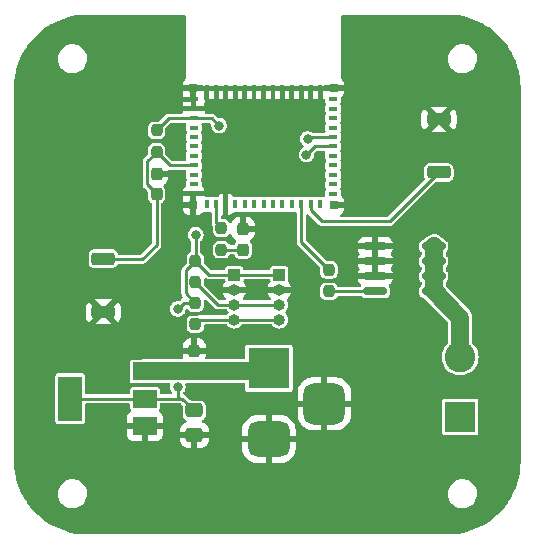
<source format=gtl>
%TF.GenerationSoftware,KiCad,Pcbnew,7.0.5*%
%TF.CreationDate,2023-09-05T15:51:42-07:00*%
%TF.ProjectId,esp32_basic_led_controller,65737033-325f-4626-9173-69635f6c6564,v01 Rev1.0*%
%TF.SameCoordinates,Original*%
%TF.FileFunction,Copper,L1,Top*%
%TF.FilePolarity,Positive*%
%FSLAX46Y46*%
G04 Gerber Fmt 4.6, Leading zero omitted, Abs format (unit mm)*
G04 Created by KiCad (PCBNEW 7.0.5) date 2023-09-05 15:51:43*
%MOMM*%
%LPD*%
G01*
G04 APERTURE LIST*
G04 Aperture macros list*
%AMRoundRect*
0 Rectangle with rounded corners*
0 $1 Rounding radius*
0 $2 $3 $4 $5 $6 $7 $8 $9 X,Y pos of 4 corners*
0 Add a 4 corners polygon primitive as box body*
4,1,4,$2,$3,$4,$5,$6,$7,$8,$9,$2,$3,0*
0 Add four circle primitives for the rounded corners*
1,1,$1+$1,$2,$3*
1,1,$1+$1,$4,$5*
1,1,$1+$1,$6,$7*
1,1,$1+$1,$8,$9*
0 Add four rect primitives between the rounded corners*
20,1,$1+$1,$2,$3,$4,$5,0*
20,1,$1+$1,$4,$5,$6,$7,0*
20,1,$1+$1,$6,$7,$8,$9,0*
20,1,$1+$1,$8,$9,$2,$3,0*%
%AMFreePoly0*
4,1,6,0.725000,-0.725000,-0.725000,-0.725000,-0.725000,0.125000,-0.125000,0.725000,0.725000,0.725000,0.725000,-0.725000,0.725000,-0.725000,$1*%
G04 Aperture macros list end*
%TA.AperFunction,SMDPad,CuDef*%
%ADD10RoundRect,0.275000X-0.725000X-0.275000X0.725000X-0.275000X0.725000X0.275000X-0.725000X0.275000X0*%
%TD*%
%TA.AperFunction,SMDPad,CuDef*%
%ADD11RoundRect,0.275000X0.725000X0.275000X-0.725000X0.275000X-0.725000X-0.275000X0.725000X-0.275000X0*%
%TD*%
%TA.AperFunction,ComponentPad*%
%ADD12R,1.000000X1.000000*%
%TD*%
%TA.AperFunction,ComponentPad*%
%ADD13O,1.000000X1.000000*%
%TD*%
%TA.AperFunction,SMDPad,CuDef*%
%ADD14RoundRect,0.237500X-0.237500X0.250000X-0.237500X-0.250000X0.237500X-0.250000X0.237500X0.250000X0*%
%TD*%
%TA.AperFunction,SMDPad,CuDef*%
%ADD15RoundRect,0.237500X0.237500X-0.300000X0.237500X0.300000X-0.237500X0.300000X-0.237500X-0.300000X0*%
%TD*%
%TA.AperFunction,SMDPad,CuDef*%
%ADD16RoundRect,0.250000X-0.475000X0.337500X-0.475000X-0.337500X0.475000X-0.337500X0.475000X0.337500X0*%
%TD*%
%TA.AperFunction,ComponentPad*%
%ADD17RoundRect,0.875000X0.875000X-0.875000X0.875000X0.875000X-0.875000X0.875000X-0.875000X-0.875000X0*%
%TD*%
%TA.AperFunction,ComponentPad*%
%ADD18RoundRect,0.750000X1.000000X-0.750000X1.000000X0.750000X-1.000000X0.750000X-1.000000X-0.750000X0*%
%TD*%
%TA.AperFunction,ComponentPad*%
%ADD19R,3.500000X3.500000*%
%TD*%
%TA.AperFunction,SMDPad,CuDef*%
%ADD20R,2.000000X1.500000*%
%TD*%
%TA.AperFunction,SMDPad,CuDef*%
%ADD21R,2.000000X3.800000*%
%TD*%
%TA.AperFunction,SMDPad,CuDef*%
%ADD22R,0.700000X0.700000*%
%TD*%
%TA.AperFunction,SMDPad,CuDef*%
%ADD23R,1.450000X1.450000*%
%TD*%
%TA.AperFunction,SMDPad,CuDef*%
%ADD24FreePoly0,0.000000*%
%TD*%
%TA.AperFunction,SMDPad,CuDef*%
%ADD25R,0.400000X0.800000*%
%TD*%
%TA.AperFunction,SMDPad,CuDef*%
%ADD26R,0.800000X0.400000*%
%TD*%
%TA.AperFunction,SMDPad,CuDef*%
%ADD27RoundRect,0.150000X-0.825000X-0.150000X0.825000X-0.150000X0.825000X0.150000X-0.825000X0.150000X0*%
%TD*%
%TA.AperFunction,ComponentPad*%
%ADD28R,2.600000X2.600000*%
%TD*%
%TA.AperFunction,ComponentPad*%
%ADD29C,2.600000*%
%TD*%
%TA.AperFunction,SMDPad,CuDef*%
%ADD30RoundRect,0.237500X-0.237500X0.287500X-0.237500X-0.287500X0.237500X-0.287500X0.237500X0.287500X0*%
%TD*%
%TA.AperFunction,ViaPad*%
%ADD31C,0.800000*%
%TD*%
%TA.AperFunction,Conductor*%
%ADD32C,0.250000*%
%TD*%
%TA.AperFunction,Conductor*%
%ADD33C,1.500124*%
%TD*%
G04 APERTURE END LIST*
D10*
%TO.P,SW2,1,A*%
%TO.N,GND*%
X137700000Y-85150000D03*
%TO.P,SW2,2,B*%
%TO.N,/GPIO9*%
X137700000Y-89650000D03*
%TD*%
D11*
%TO.P,SW1,1,A*%
%TO.N,GND*%
X109300000Y-101450000D03*
%TO.P,SW1,2,B*%
%TO.N,/RESET*%
X109300000Y-96950000D03*
%TD*%
D12*
%TO.P,U3,1,VIN*%
%TO.N,+3.3V*%
X120396000Y-98298000D03*
D13*
%TO.P,U3,2,GND*%
%TO.N,GND*%
X120396000Y-99568000D03*
%TO.P,U3,3,SCL*%
%TO.N,/RX*%
X120396000Y-100838000D03*
%TO.P,U3,4,SDA*%
%TO.N,/TX*%
X120396000Y-102108000D03*
%TD*%
D14*
%TO.P,R5,1*%
%TO.N,/GPIO1*%
X119300000Y-94362500D03*
%TO.P,R5,2*%
%TO.N,Net-(D1-A)*%
X119300000Y-96187500D03*
%TD*%
D15*
%TO.P,C2,1*%
%TO.N,+12V*%
X117000000Y-106462500D03*
%TO.P,C2,2*%
%TO.N,GND*%
X117000000Y-104737500D03*
%TD*%
D16*
%TO.P,C3,1*%
%TO.N,+3.3V*%
X117000000Y-109800000D03*
%TO.P,C3,2*%
%TO.N,GND*%
X117000000Y-111875000D03*
%TD*%
D14*
%TO.P,R4,1*%
%TO.N,+3.3V*%
X117094000Y-97131500D03*
%TO.P,R4,2*%
%TO.N,/RX*%
X117094000Y-98956500D03*
%TD*%
D15*
%TO.P,C1,1*%
%TO.N,/RESET*%
X113800000Y-91462500D03*
%TO.P,C1,2*%
%TO.N,GND*%
X113800000Y-89737500D03*
%TD*%
D14*
%TO.P,R1,1*%
%TO.N,/GPIO8*%
X128400000Y-97887500D03*
%TO.P,R1,2*%
%TO.N,Net-(Q1-G)*%
X128400000Y-99712500D03*
%TD*%
D17*
%TO.P,J1,3*%
%TO.N,GND*%
X128016000Y-109220000D03*
D18*
%TO.P,J1,2*%
X123316000Y-112220000D03*
D19*
%TO.P,J1,1*%
%TO.N,+12V*%
X123316000Y-106220000D03*
%TD*%
D20*
%TO.P,U1,1,GND*%
%TO.N,GND*%
X112800000Y-111100000D03*
%TO.P,U1,2,VO*%
%TO.N,+3.3V*%
X112800000Y-108800000D03*
D21*
X106500000Y-108800000D03*
D20*
%TO.P,U1,3,VI*%
%TO.N,+12V*%
X112800000Y-106500000D03*
%TD*%
D14*
%TO.P,R3,1*%
%TO.N,+3.3V*%
X117094000Y-100687500D03*
%TO.P,R3,2*%
%TO.N,/TX*%
X117094000Y-102512500D03*
%TD*%
D22*
%TO.P,U2,53,GND*%
%TO.N,GND*%
X116910000Y-82500000D03*
%TO.P,U2,52,GND*%
X116910000Y-92400000D03*
%TO.P,U2,51,GND*%
X128810000Y-92400000D03*
%TO.P,U2,50,GND*%
X128810000Y-82500000D03*
D23*
%TO.P,U2,49,GND*%
X124835000Y-89425000D03*
X124835000Y-87450000D03*
X124835000Y-85475000D03*
X122860000Y-89425000D03*
X122860000Y-87450000D03*
X122860000Y-85475000D03*
X120885000Y-89425000D03*
X120885000Y-87450000D03*
D24*
X120885000Y-85475000D03*
D25*
%TO.P,U2,48,GND*%
X118060000Y-82550000D03*
%TO.P,U2,47,GND*%
X118860000Y-82550000D03*
%TO.P,U2,46,GND*%
X119660000Y-82550000D03*
%TO.P,U2,45,GND*%
X120460000Y-82550000D03*
%TO.P,U2,44,GND*%
X121260000Y-82550000D03*
%TO.P,U2,43,GND*%
X122060000Y-82550000D03*
%TO.P,U2,42,GND*%
X122860000Y-82550000D03*
%TO.P,U2,41,GND*%
X123660000Y-82550000D03*
%TO.P,U2,40,GND*%
X124460000Y-82550000D03*
%TO.P,U2,39,GND*%
X125260000Y-82550000D03*
%TO.P,U2,38,GND*%
X126060000Y-82550000D03*
%TO.P,U2,37,GND*%
X126860000Y-82550000D03*
%TO.P,U2,36,GND*%
X127660000Y-82550000D03*
D26*
%TO.P,U2,35,NC*%
%TO.N,unconnected-(U2-NC-Pad35)*%
X128760000Y-83450000D03*
%TO.P,U2,34,NC*%
%TO.N,unconnected-(U2-NC-Pad34)*%
X128760000Y-84250000D03*
%TO.P,U2,33,NC*%
%TO.N,unconnected-(U2-NC-Pad33)*%
X128760000Y-85050000D03*
%TO.P,U2,32,NC*%
%TO.N,unconnected-(U2-NC-Pad32)*%
X128760000Y-85850000D03*
%TO.P,U2,31,GPIO21/U0TXD*%
%TO.N,/TX*%
X128760000Y-86650000D03*
%TO.P,U2,30,GPIO20/U0RXD*%
%TO.N,/RX*%
X128760000Y-87450000D03*
%TO.P,U2,29,NC*%
%TO.N,unconnected-(U2-NC-Pad29)*%
X128760000Y-88250000D03*
%TO.P,U2,28,NC*%
%TO.N,unconnected-(U2-NC-Pad28)*%
X128760000Y-89050000D03*
%TO.P,U2,27,GPIO19/USB_D+*%
%TO.N,/D+*%
X128760000Y-89850000D03*
%TO.P,U2,26,GPIO18/USB_D-*%
%TO.N,/D-*%
X128760000Y-90650000D03*
%TO.P,U2,25,NC*%
%TO.N,unconnected-(U2-NC-Pad25)*%
X128760000Y-91450000D03*
D25*
%TO.P,U2,24,NC*%
%TO.N,unconnected-(U2-NC-Pad24)*%
X127660000Y-92350000D03*
%TO.P,U2,23,GPIO9*%
%TO.N,/GPIO9*%
X126860000Y-92350000D03*
%TO.P,U2,22,GPIO8*%
%TO.N,/GPIO8*%
X126060000Y-92350000D03*
%TO.P,U2,21,GPIO7*%
%TO.N,/GPIO7*%
X125260000Y-92350000D03*
%TO.P,U2,20,GPIO6*%
%TO.N,/GPIO6*%
X124460000Y-92350000D03*
%TO.P,U2,19,GPIO5/ADC2_CH0*%
%TO.N,/GPIO5*%
X123660000Y-92350000D03*
%TO.P,U2,18,GPIO4/ADC1_CH4*%
%TO.N,/GPIO4*%
X122860000Y-92350000D03*
%TO.P,U2,17,NC*%
%TO.N,unconnected-(U2-NC-Pad17)*%
X122060000Y-92350000D03*
%TO.P,U2,16,GPIO10*%
%TO.N,/GPIO10*%
X121260000Y-92350000D03*
%TO.P,U2,15,NC*%
%TO.N,unconnected-(U2-NC-Pad15)*%
X120460000Y-92350000D03*
%TO.P,U2,14,GND*%
%TO.N,GND*%
X119660000Y-92350000D03*
%TO.P,U2,13,GPIO1/ADC1_CH1/XTAL_32K_N*%
%TO.N,/GPIO1*%
X118860000Y-92350000D03*
%TO.P,U2,12,GPIO0/ADC1_CH0/XTAL_32K_P*%
%TO.N,/GPIO0*%
X118060000Y-92350000D03*
D26*
%TO.P,U2,11,GND*%
%TO.N,GND*%
X116960000Y-91450000D03*
%TO.P,U2,10,NC*%
%TO.N,unconnected-(U2-NC-Pad10)*%
X116960000Y-90650000D03*
%TO.P,U2,9,NC*%
%TO.N,unconnected-(U2-NC-Pad9)*%
X116960000Y-89850000D03*
%TO.P,U2,8,EN/CHIP_PU*%
%TO.N,/RESET*%
X116960000Y-89050000D03*
%TO.P,U2,7,NC*%
%TO.N,unconnected-(U2-NC-Pad7)*%
X116960000Y-88250000D03*
%TO.P,U2,6,GPIO3/ADC1_CH3*%
%TO.N,/GPIO3*%
X116960000Y-87450000D03*
%TO.P,U2,5,GPIO2/ADC1_CH2*%
%TO.N,/GPIO2*%
X116960000Y-86650000D03*
%TO.P,U2,4,NC*%
%TO.N,unconnected-(U2-NC-Pad4)*%
X116960000Y-85850000D03*
%TO.P,U2,3,3V3*%
%TO.N,+3.3V*%
X116960000Y-85050000D03*
%TO.P,U2,2,GND*%
%TO.N,GND*%
X116960000Y-84250000D03*
%TO.P,U2,1,GND*%
X116960000Y-83450000D03*
%TD*%
D12*
%TO.P,J3,1,Pin_1*%
%TO.N,+3.3V*%
X124206000Y-98298000D03*
D13*
%TO.P,J3,2,Pin_2*%
%TO.N,GND*%
X124206000Y-99568000D03*
%TO.P,J3,3,Pin_3*%
%TO.N,/RX*%
X124206000Y-100838000D03*
%TO.P,J3,4,Pin_4*%
%TO.N,/TX*%
X124206000Y-102108000D03*
%TD*%
D27*
%TO.P,Q1,8,D*%
%TO.N,Net-(J2-Pin_2)*%
X137275000Y-95895000D03*
%TO.P,Q1,7,D*%
X137275000Y-97165000D03*
%TO.P,Q1,6,D*%
X137275000Y-98435000D03*
%TO.P,Q1,5,D*%
X137275000Y-99705000D03*
%TO.P,Q1,4,G*%
%TO.N,Net-(Q1-G)*%
X132325000Y-99705000D03*
%TO.P,Q1,3,S*%
%TO.N,GND*%
X132325000Y-98435000D03*
%TO.P,Q1,2,S*%
X132325000Y-97165000D03*
%TO.P,Q1,1,S*%
X132325000Y-95895000D03*
%TD*%
D14*
%TO.P,R2,2*%
%TO.N,/RESET*%
X113800000Y-87912500D03*
%TO.P,R2,1*%
%TO.N,+3.3V*%
X113800000Y-86087500D03*
%TD*%
D28*
%TO.P,J2,1,Pin_1*%
%TO.N,+12V*%
X139505000Y-110345000D03*
D29*
%TO.P,J2,2,Pin_2*%
%TO.N,Net-(J2-Pin_2)*%
X139505000Y-105265000D03*
%TD*%
D30*
%TO.P,D1,1,K*%
%TO.N,GND*%
X121125000Y-94425000D03*
%TO.P,D1,2,A*%
%TO.N,Net-(D1-A)*%
X121125000Y-96175000D03*
%TD*%
D31*
%TO.N,+3.3V*%
X119100000Y-85675000D03*
X117125000Y-94925000D03*
%TO.N,/TX*%
X126600000Y-86800000D03*
%TO.N,+3.3V*%
X115600000Y-107812062D03*
X115600000Y-101200000D03*
%TO.N,/RX*%
X126496299Y-88142299D03*
%TD*%
D32*
%TO.N,+3.3V*%
X117125000Y-97100500D02*
X117094000Y-97131500D01*
X117125000Y-94925000D02*
X117125000Y-97100500D01*
X118475000Y-85050000D02*
X119100000Y-85675000D01*
X116960000Y-85050000D02*
X118475000Y-85050000D01*
%TO.N,Net-(D1-A)*%
X121112500Y-96187500D02*
X121125000Y-96175000D01*
X119300000Y-96187500D02*
X121112500Y-96187500D01*
%TO.N,/GPIO1*%
X118860000Y-93922500D02*
X118860000Y-92350000D01*
X119300000Y-94362500D02*
X118860000Y-93922500D01*
%TO.N,/TX*%
X126750000Y-86650000D02*
X126600000Y-86800000D01*
X128760000Y-86650000D02*
X126750000Y-86650000D01*
X120396000Y-102108000D02*
X124206000Y-102108000D01*
X117498500Y-102108000D02*
X120396000Y-102108000D01*
X117094000Y-102512500D02*
X117498500Y-102108000D01*
%TO.N,/GPIO9*%
X126860000Y-92860000D02*
X126860000Y-92350000D01*
X127800000Y-93800000D02*
X126860000Y-92860000D01*
X133550000Y-93800000D02*
X127800000Y-93800000D01*
X137700000Y-89650000D02*
X133550000Y-93800000D01*
%TO.N,+3.3V*%
X112800000Y-108800000D02*
X106500000Y-108800000D01*
X115600000Y-107812062D02*
X115600000Y-108600000D01*
X115800000Y-108800000D02*
X116000000Y-108800000D01*
X112800000Y-108800000D02*
X115800000Y-108800000D01*
X115600000Y-108600000D02*
X115800000Y-108800000D01*
X116112500Y-100687500D02*
X115600000Y-101200000D01*
X117094000Y-100687500D02*
X116112500Y-100687500D01*
D33*
%TO.N,Net-(J2-Pin_2)*%
X137275000Y-99705000D02*
X137275000Y-95895000D01*
X139505000Y-101935000D02*
X137275000Y-99705000D01*
X139505000Y-105265000D02*
X139505000Y-101935000D01*
D32*
%TO.N,Net-(Q1-G)*%
X132317500Y-99712500D02*
X132325000Y-99705000D01*
X128400000Y-99712500D02*
X132317500Y-99712500D01*
%TO.N,/GPIO8*%
X126060000Y-95547500D02*
X128400000Y-97887500D01*
X126060000Y-92350000D02*
X126060000Y-95547500D01*
%TO.N,/RESET*%
X109350000Y-97000000D02*
X109300000Y-96950000D01*
X112600000Y-97000000D02*
X109350000Y-97000000D01*
X113800000Y-95800000D02*
X112600000Y-97000000D01*
X113800000Y-91462500D02*
X113800000Y-95800000D01*
X114937500Y-89050000D02*
X116960000Y-89050000D01*
X113800000Y-87912500D02*
X114937500Y-89050000D01*
X113000000Y-88712500D02*
X113800000Y-87912500D01*
X113000000Y-90662500D02*
X113000000Y-88712500D01*
X113800000Y-91462500D02*
X113000000Y-90662500D01*
%TO.N,+3.3V*%
X114837500Y-85050000D02*
X116960000Y-85050000D01*
X113800000Y-86087500D02*
X114837500Y-85050000D01*
X116000000Y-108800000D02*
X117000000Y-109800000D01*
D33*
%TO.N,+12V*%
X112837500Y-106462500D02*
X112800000Y-106500000D01*
X117000000Y-106462500D02*
X112837500Y-106462500D01*
X123073500Y-106462500D02*
X117000000Y-106462500D01*
X123316000Y-106220000D02*
X123073500Y-106462500D01*
D32*
%TO.N,+3.3V*%
X117094000Y-97131500D02*
X118260500Y-98298000D01*
X120396000Y-98298000D02*
X124206000Y-98298000D01*
X116294000Y-97931500D02*
X117094000Y-97131500D01*
X117094000Y-100687500D02*
X116294000Y-99887500D01*
X118260500Y-98298000D02*
X120396000Y-98298000D01*
X116294000Y-99887500D02*
X116294000Y-97931500D01*
%TO.N,/RX*%
X118975500Y-100838000D02*
X120396000Y-100838000D01*
X127188598Y-87450000D02*
X126496299Y-88142299D01*
X117094000Y-98956500D02*
X118975500Y-100838000D01*
X120396000Y-100838000D02*
X124206000Y-100838000D01*
X128760000Y-87450000D02*
X127188598Y-87450000D01*
%TD*%
%TA.AperFunction,Conductor*%
%TO.N,GND*%
G36*
X118022714Y-98594526D02*
G01*
X118032539Y-98601541D01*
X118034610Y-98603084D01*
X118052272Y-98616832D01*
X118077380Y-98636375D01*
X118084376Y-98640160D01*
X118091518Y-98643652D01*
X118091519Y-98643652D01*
X118091520Y-98643653D01*
X118143430Y-98659107D01*
X118145887Y-98659893D01*
X118197173Y-98677500D01*
X118197174Y-98677500D01*
X118197177Y-98677501D01*
X118204995Y-98678805D01*
X118212910Y-98679792D01*
X118267024Y-98677553D01*
X118269619Y-98677500D01*
X119515501Y-98677500D01*
X119583622Y-98697502D01*
X119630115Y-98751158D01*
X119641501Y-98803500D01*
X119641501Y-98823063D01*
X119641502Y-98823077D01*
X119641944Y-98825299D01*
X119641837Y-98826484D01*
X119642108Y-98829229D01*
X119641587Y-98829280D01*
X119635610Y-98896012D01*
X119615763Y-98929801D01*
X119553825Y-99005273D01*
X119553823Y-99005277D01*
X119460224Y-99180387D01*
X119460223Y-99180389D01*
X119419692Y-99313999D01*
X119419693Y-99314000D01*
X120154101Y-99314000D01*
X120098940Y-99373921D01*
X120052018Y-99480892D01*
X120042372Y-99597302D01*
X120071047Y-99710538D01*
X120134936Y-99808327D01*
X120152503Y-99822000D01*
X119419693Y-99822000D01*
X119460223Y-99955610D01*
X119460224Y-99955612D01*
X119553824Y-100130724D01*
X119653818Y-100252566D01*
X119681572Y-100317913D01*
X119669590Y-100387891D01*
X119621678Y-100440283D01*
X119556419Y-100458500D01*
X119184884Y-100458500D01*
X119116763Y-100438498D01*
X119095789Y-100421595D01*
X117860404Y-99186210D01*
X117826378Y-99123898D01*
X117823499Y-99097115D01*
X117823499Y-98697071D01*
X117843501Y-98628950D01*
X117897157Y-98582457D01*
X117967431Y-98572353D01*
X118022714Y-98594526D01*
G37*
%TD.AperFunction*%
%TA.AperFunction,Conductor*%
G36*
X123393622Y-98697502D02*
G01*
X123440115Y-98751158D01*
X123451501Y-98803500D01*
X123451501Y-98823063D01*
X123451502Y-98823077D01*
X123451944Y-98825299D01*
X123451837Y-98826484D01*
X123452108Y-98829229D01*
X123451587Y-98829280D01*
X123445610Y-98896012D01*
X123425763Y-98929801D01*
X123363825Y-99005273D01*
X123363823Y-99005277D01*
X123270224Y-99180387D01*
X123270223Y-99180389D01*
X123229692Y-99313999D01*
X123229693Y-99314000D01*
X123995941Y-99314000D01*
X123993871Y-99315195D01*
X123920199Y-99402993D01*
X123881000Y-99510694D01*
X123881000Y-99625306D01*
X123920199Y-99733007D01*
X123993871Y-99820805D01*
X123995941Y-99822000D01*
X123229693Y-99822000D01*
X123270223Y-99955610D01*
X123270224Y-99955612D01*
X123363824Y-100130724D01*
X123463818Y-100252566D01*
X123491572Y-100317913D01*
X123479590Y-100387891D01*
X123431678Y-100440283D01*
X123366419Y-100458500D01*
X121235582Y-100458500D01*
X121167461Y-100438498D01*
X121120968Y-100384842D01*
X121110864Y-100314568D01*
X121138183Y-100252566D01*
X121238175Y-100130724D01*
X121331775Y-99955612D01*
X121331776Y-99955610D01*
X121372307Y-99822000D01*
X120637899Y-99822000D01*
X120693060Y-99762079D01*
X120739982Y-99655108D01*
X120749628Y-99538698D01*
X120720953Y-99425462D01*
X120657064Y-99327673D01*
X120639497Y-99314000D01*
X121372307Y-99314000D01*
X121372307Y-99313999D01*
X121331776Y-99180389D01*
X121331775Y-99180387D01*
X121238175Y-99005275D01*
X121176237Y-98929804D01*
X121148483Y-98864457D01*
X121149900Y-98829225D01*
X121149893Y-98829225D01*
X121149905Y-98829101D01*
X121150058Y-98825285D01*
X121150500Y-98823067D01*
X121150500Y-98803499D01*
X121170502Y-98735379D01*
X121224158Y-98688886D01*
X121276500Y-98677500D01*
X123325501Y-98677500D01*
X123393622Y-98697502D01*
G37*
%TD.AperFunction*%
%TA.AperFunction,Conductor*%
G36*
X116202121Y-76297902D02*
G01*
X116248614Y-76351558D01*
X116260000Y-76403900D01*
X116260000Y-81676935D01*
X116239998Y-81745056D01*
X116209511Y-81777802D01*
X116197094Y-81787097D01*
X116109555Y-81904034D01*
X116109555Y-81904035D01*
X116058505Y-82040906D01*
X116052000Y-82101402D01*
X116052000Y-82246000D01*
X117682000Y-82246000D01*
X117750121Y-82266002D01*
X117796614Y-82319658D01*
X117801884Y-82343885D01*
X117807999Y-82350000D01*
X127912001Y-82350000D01*
X127921144Y-82340856D01*
X127932002Y-82303879D01*
X127985658Y-82257386D01*
X128038000Y-82246000D01*
X129668000Y-82246000D01*
X129668000Y-82101414D01*
X129667999Y-82101402D01*
X129661494Y-82040906D01*
X129610444Y-81904035D01*
X129610444Y-81904034D01*
X129522905Y-81787097D01*
X129510489Y-81777802D01*
X129467943Y-81720965D01*
X129460000Y-81676935D01*
X129460000Y-80065294D01*
X138468779Y-80065294D01*
X138483699Y-80175436D01*
X138498438Y-80284252D01*
X138566719Y-80494393D01*
X138671416Y-80688954D01*
X138671425Y-80688968D01*
X138809181Y-80861706D01*
X138809187Y-80861712D01*
X138975577Y-81007084D01*
X139165242Y-81120403D01*
X139165249Y-81120406D01*
X139165255Y-81120410D01*
X139372120Y-81198048D01*
X139372122Y-81198048D01*
X139372124Y-81198049D01*
X139589520Y-81237500D01*
X139589523Y-81237500D01*
X139755127Y-81237500D01*
X139755133Y-81237500D01*
X139909828Y-81223577D01*
X139920066Y-81222656D01*
X139920066Y-81222655D01*
X140133056Y-81163874D01*
X140332129Y-81068006D01*
X140510884Y-80938132D01*
X140663578Y-80778427D01*
X140785301Y-80594025D01*
X140872141Y-80390852D01*
X140921308Y-80175437D01*
X140931221Y-79954706D01*
X140901562Y-79735751D01*
X140833283Y-79525612D01*
X140784131Y-79434272D01*
X140728583Y-79331045D01*
X140728574Y-79331031D01*
X140590818Y-79158293D01*
X140590812Y-79158287D01*
X140424422Y-79012915D01*
X140234757Y-78899596D01*
X140234747Y-78899591D01*
X140234746Y-78899590D01*
X140234745Y-78899590D01*
X140027880Y-78821952D01*
X140027875Y-78821950D01*
X139810480Y-78782500D01*
X139810477Y-78782500D01*
X139644867Y-78782500D01*
X139614157Y-78785263D01*
X139479933Y-78797343D01*
X139479933Y-78797344D01*
X139266952Y-78856123D01*
X139266938Y-78856128D01*
X139067877Y-78951990D01*
X139067870Y-78951994D01*
X138889115Y-79081868D01*
X138889114Y-79081869D01*
X138736421Y-79241573D01*
X138614701Y-79425970D01*
X138527860Y-79629144D01*
X138527857Y-79629152D01*
X138491524Y-79788341D01*
X138478692Y-79844563D01*
X138468779Y-80065294D01*
X129460000Y-80065294D01*
X129460000Y-76403900D01*
X129480002Y-76335779D01*
X129533658Y-76289286D01*
X129586000Y-76277900D01*
X138395102Y-76277900D01*
X138428819Y-76277900D01*
X138431175Y-76277944D01*
X138451387Y-76278700D01*
X138890772Y-76295140D01*
X138895428Y-76295489D01*
X139351310Y-76346854D01*
X139355935Y-76347552D01*
X139806681Y-76432838D01*
X139811228Y-76433875D01*
X140254367Y-76552614D01*
X140258827Y-76553989D01*
X140691832Y-76705504D01*
X140696207Y-76707221D01*
X141116658Y-76890663D01*
X141120904Y-76892707D01*
X141526473Y-77107057D01*
X141530538Y-77109403D01*
X141736980Y-77239119D01*
X141918956Y-77353463D01*
X141922840Y-77356110D01*
X142175439Y-77542536D01*
X142291931Y-77628511D01*
X142295602Y-77631438D01*
X142576926Y-77873537D01*
X142643312Y-77930667D01*
X142646753Y-77933859D01*
X142971139Y-78258245D01*
X142974332Y-78261687D01*
X143273558Y-78609394D01*
X143276488Y-78613068D01*
X143526626Y-78951994D01*
X143548882Y-78982149D01*
X143551536Y-78986043D01*
X143611748Y-79081869D01*
X143768307Y-79331031D01*
X143795586Y-79374444D01*
X143797942Y-79378526D01*
X144012292Y-79784095D01*
X144014336Y-79788341D01*
X144197778Y-80208792D01*
X144199500Y-80213180D01*
X144351004Y-80646156D01*
X144352388Y-80650643D01*
X144362655Y-80688960D01*
X144464220Y-81068005D01*
X144471118Y-81093746D01*
X144472165Y-81098338D01*
X144495688Y-81222656D01*
X144557444Y-81549045D01*
X144558147Y-81553706D01*
X144609508Y-82009547D01*
X144609860Y-82014247D01*
X144627056Y-82473824D01*
X144627100Y-82476180D01*
X144627100Y-114098818D01*
X144627056Y-114101174D01*
X144609860Y-114560752D01*
X144609508Y-114565452D01*
X144558147Y-115021293D01*
X144557444Y-115025954D01*
X144472166Y-115476658D01*
X144471118Y-115481253D01*
X144352388Y-115924356D01*
X144351001Y-115928851D01*
X144280182Y-116131242D01*
X144199500Y-116361819D01*
X144197778Y-116366207D01*
X144014336Y-116786658D01*
X144012292Y-116790904D01*
X143797942Y-117196473D01*
X143795586Y-117200555D01*
X143551536Y-117588956D01*
X143548882Y-117592850D01*
X143276488Y-117961931D01*
X143273550Y-117965616D01*
X142974332Y-118313312D01*
X142971127Y-118316767D01*
X142646767Y-118641127D01*
X142643312Y-118644332D01*
X142295616Y-118943550D01*
X142291931Y-118946488D01*
X141922850Y-119218882D01*
X141918956Y-119221536D01*
X141530555Y-119465586D01*
X141526473Y-119467942D01*
X141120904Y-119682292D01*
X141116658Y-119684336D01*
X140696207Y-119867778D01*
X140691819Y-119869500D01*
X140461242Y-119950182D01*
X140258851Y-120021001D01*
X140254356Y-120022388D01*
X139811253Y-120141118D01*
X139806658Y-120142166D01*
X139355954Y-120227444D01*
X139351293Y-120228147D01*
X138895452Y-120279508D01*
X138890752Y-120279860D01*
X138431175Y-120297056D01*
X138428819Y-120297100D01*
X107951181Y-120297100D01*
X107948825Y-120297056D01*
X107489247Y-120279860D01*
X107484547Y-120279508D01*
X107028706Y-120228147D01*
X107024045Y-120227444D01*
X106573341Y-120142166D01*
X106568752Y-120141119D01*
X106282746Y-120064484D01*
X106125643Y-120022388D01*
X106121156Y-120021004D01*
X105688181Y-119869500D01*
X105683792Y-119867778D01*
X105263341Y-119684336D01*
X105259095Y-119682292D01*
X104853526Y-119467942D01*
X104849452Y-119465591D01*
X104720544Y-119384592D01*
X104461043Y-119221536D01*
X104457149Y-119218882D01*
X104088068Y-118946488D01*
X104084394Y-118943558D01*
X103736687Y-118644332D01*
X103733245Y-118641139D01*
X103408859Y-118316753D01*
X103405667Y-118313312D01*
X103194127Y-118067499D01*
X103106438Y-117965602D01*
X103103511Y-117961931D01*
X103095003Y-117950403D01*
X102831110Y-117592840D01*
X102828463Y-117588956D01*
X102662223Y-117324388D01*
X102584403Y-117200538D01*
X102582057Y-117196473D01*
X102422879Y-116895294D01*
X105448779Y-116895294D01*
X105463699Y-117005436D01*
X105478438Y-117114252D01*
X105546719Y-117324393D01*
X105651416Y-117518954D01*
X105651425Y-117518968D01*
X105789181Y-117691706D01*
X105789187Y-117691712D01*
X105955577Y-117837084D01*
X106145242Y-117950403D01*
X106145249Y-117950406D01*
X106145255Y-117950410D01*
X106352120Y-118028048D01*
X106352122Y-118028048D01*
X106352124Y-118028049D01*
X106569520Y-118067500D01*
X106569523Y-118067500D01*
X106735127Y-118067500D01*
X106735133Y-118067500D01*
X106889828Y-118053577D01*
X106900066Y-118052656D01*
X106900066Y-118052655D01*
X107113056Y-117993874D01*
X107312129Y-117898006D01*
X107490884Y-117768132D01*
X107643578Y-117608427D01*
X107765301Y-117424025D01*
X107852141Y-117220852D01*
X107901308Y-117005437D01*
X107906255Y-116895294D01*
X138468779Y-116895294D01*
X138483699Y-117005436D01*
X138498438Y-117114252D01*
X138566719Y-117324393D01*
X138671416Y-117518954D01*
X138671425Y-117518968D01*
X138809181Y-117691706D01*
X138809187Y-117691712D01*
X138975577Y-117837084D01*
X139165242Y-117950403D01*
X139165249Y-117950406D01*
X139165255Y-117950410D01*
X139372120Y-118028048D01*
X139372122Y-118028048D01*
X139372124Y-118028049D01*
X139589520Y-118067500D01*
X139589523Y-118067500D01*
X139755127Y-118067500D01*
X139755133Y-118067500D01*
X139909828Y-118053577D01*
X139920066Y-118052656D01*
X139920066Y-118052655D01*
X140133056Y-117993874D01*
X140332129Y-117898006D01*
X140510884Y-117768132D01*
X140663578Y-117608427D01*
X140785301Y-117424025D01*
X140872141Y-117220852D01*
X140921308Y-117005437D01*
X140931221Y-116784706D01*
X140901562Y-116565751D01*
X140833283Y-116355612D01*
X140833280Y-116355606D01*
X140728583Y-116161045D01*
X140728574Y-116161031D01*
X140590818Y-115988293D01*
X140590812Y-115988287D01*
X140424422Y-115842915D01*
X140234757Y-115729596D01*
X140234747Y-115729591D01*
X140234746Y-115729590D01*
X140234745Y-115729590D01*
X140027880Y-115651952D01*
X140027875Y-115651950D01*
X139810480Y-115612500D01*
X139810477Y-115612500D01*
X139644867Y-115612500D01*
X139614157Y-115615263D01*
X139479933Y-115627343D01*
X139479933Y-115627344D01*
X139266952Y-115686123D01*
X139266938Y-115686128D01*
X139067877Y-115781990D01*
X139067870Y-115781994D01*
X138889115Y-115911868D01*
X138889114Y-115911869D01*
X138736421Y-116071573D01*
X138614701Y-116255970D01*
X138527860Y-116459144D01*
X138527857Y-116459152D01*
X138478692Y-116674561D01*
X138478692Y-116674563D01*
X138468779Y-116895294D01*
X107906255Y-116895294D01*
X107911221Y-116784706D01*
X107881562Y-116565751D01*
X107813283Y-116355612D01*
X107813280Y-116355606D01*
X107708583Y-116161045D01*
X107708574Y-116161031D01*
X107570818Y-115988293D01*
X107570812Y-115988287D01*
X107404422Y-115842915D01*
X107214757Y-115729596D01*
X107214747Y-115729591D01*
X107214746Y-115729590D01*
X107214745Y-115729590D01*
X107007880Y-115651952D01*
X107007875Y-115651950D01*
X106790480Y-115612500D01*
X106790477Y-115612500D01*
X106624867Y-115612500D01*
X106594157Y-115615263D01*
X106459933Y-115627343D01*
X106459933Y-115627344D01*
X106246952Y-115686123D01*
X106246938Y-115686128D01*
X106047877Y-115781990D01*
X106047870Y-115781994D01*
X105869115Y-115911868D01*
X105869114Y-115911869D01*
X105716421Y-116071573D01*
X105594701Y-116255970D01*
X105507860Y-116459144D01*
X105507857Y-116459152D01*
X105458692Y-116674561D01*
X105458692Y-116674563D01*
X105448779Y-116895294D01*
X102422879Y-116895294D01*
X102367707Y-116790904D01*
X102365663Y-116786658D01*
X102182221Y-116366207D01*
X102180504Y-116361832D01*
X102028989Y-115928827D01*
X102027611Y-115924356D01*
X101908875Y-115481228D01*
X101907838Y-115476681D01*
X101822552Y-115025935D01*
X101821854Y-115021310D01*
X101770489Y-114565428D01*
X101770140Y-114560772D01*
X101752944Y-114101174D01*
X101752900Y-114098818D01*
X101752900Y-113034606D01*
X121058000Y-113034606D01*
X121068467Y-113167594D01*
X121123794Y-113387167D01*
X121123797Y-113387176D01*
X121217441Y-113593340D01*
X121217444Y-113593346D01*
X121346394Y-113779473D01*
X121346408Y-113779490D01*
X121506509Y-113939591D01*
X121506526Y-113939605D01*
X121692653Y-114068555D01*
X121692659Y-114068558D01*
X121898823Y-114162202D01*
X121898832Y-114162205D01*
X122118405Y-114217532D01*
X122251393Y-114228000D01*
X123062000Y-114228000D01*
X123062000Y-112720000D01*
X123570000Y-112720000D01*
X123570000Y-114228000D01*
X124380607Y-114228000D01*
X124513594Y-114217532D01*
X124733167Y-114162205D01*
X124733176Y-114162202D01*
X124939340Y-114068558D01*
X124939346Y-114068555D01*
X125125473Y-113939605D01*
X125125490Y-113939591D01*
X125285591Y-113779490D01*
X125285605Y-113779473D01*
X125414555Y-113593346D01*
X125414558Y-113593340D01*
X125508202Y-113387176D01*
X125508205Y-113387167D01*
X125563532Y-113167594D01*
X125574000Y-113034606D01*
X125574000Y-112474000D01*
X124747116Y-112474000D01*
X124775493Y-112429844D01*
X124816000Y-112291889D01*
X124816000Y-112148111D01*
X124775493Y-112010156D01*
X124747116Y-111966000D01*
X125574000Y-111966000D01*
X125574000Y-111670063D01*
X137950500Y-111670063D01*
X137950501Y-111670073D01*
X137965265Y-111744300D01*
X138021516Y-111828484D01*
X138105697Y-111884733D01*
X138105699Y-111884734D01*
X138179933Y-111899500D01*
X140830066Y-111899499D01*
X140830069Y-111899498D01*
X140830073Y-111899498D01*
X140881837Y-111889202D01*
X140904301Y-111884734D01*
X140988484Y-111828484D01*
X141044734Y-111744301D01*
X141059500Y-111670067D01*
X141059499Y-109019934D01*
X141059498Y-109019930D01*
X141059498Y-109019926D01*
X141044734Y-108945699D01*
X140988483Y-108861515D01*
X140904302Y-108805266D01*
X140830067Y-108790500D01*
X138179936Y-108790500D01*
X138179926Y-108790501D01*
X138105699Y-108805265D01*
X138021515Y-108861516D01*
X137965266Y-108945697D01*
X137950500Y-109019930D01*
X137950500Y-111670063D01*
X125574000Y-111670063D01*
X125574000Y-111405393D01*
X125563532Y-111272405D01*
X125508205Y-111052832D01*
X125508202Y-111052823D01*
X125414558Y-110846659D01*
X125414555Y-110846653D01*
X125285605Y-110660526D01*
X125285591Y-110660509D01*
X125125490Y-110500408D01*
X125125473Y-110500394D01*
X124939346Y-110371444D01*
X124939340Y-110371441D01*
X124733176Y-110277797D01*
X124733167Y-110277794D01*
X124513594Y-110222467D01*
X124380607Y-110212000D01*
X123570000Y-110212000D01*
X123570000Y-111720000D01*
X123062000Y-111720000D01*
X123062000Y-110212000D01*
X122251393Y-110212000D01*
X122118405Y-110222467D01*
X121898832Y-110277794D01*
X121898823Y-110277797D01*
X121692659Y-110371441D01*
X121692653Y-110371444D01*
X121506526Y-110500394D01*
X121506509Y-110500408D01*
X121346408Y-110660509D01*
X121346394Y-110660526D01*
X121217444Y-110846653D01*
X121217441Y-110846659D01*
X121123797Y-111052823D01*
X121123794Y-111052832D01*
X121068467Y-111272405D01*
X121058000Y-111405393D01*
X121058000Y-111966000D01*
X121884884Y-111966000D01*
X121856507Y-112010156D01*
X121816000Y-112148111D01*
X121816000Y-112291889D01*
X121856507Y-112429844D01*
X121884884Y-112474000D01*
X121058000Y-112474000D01*
X121058000Y-113034606D01*
X101752900Y-113034606D01*
X101752900Y-111354000D01*
X111292000Y-111354000D01*
X111292000Y-111898597D01*
X111298505Y-111959093D01*
X111349555Y-112095964D01*
X111349555Y-112095965D01*
X111437095Y-112212904D01*
X111554034Y-112300444D01*
X111690906Y-112351494D01*
X111751402Y-112357999D01*
X111751415Y-112358000D01*
X112546000Y-112358000D01*
X112546000Y-111354000D01*
X113054000Y-111354000D01*
X113054000Y-112358000D01*
X113848585Y-112358000D01*
X113848597Y-112357999D01*
X113909093Y-112351494D01*
X114045964Y-112300444D01*
X114045965Y-112300444D01*
X114162904Y-112212904D01*
X114225714Y-112129000D01*
X115767000Y-112129000D01*
X115767000Y-112263016D01*
X115777605Y-112366818D01*
X115777606Y-112366821D01*
X115833342Y-112535025D01*
X115926365Y-112685839D01*
X115926370Y-112685845D01*
X116051654Y-112811129D01*
X116051660Y-112811134D01*
X116202474Y-112904157D01*
X116370678Y-112959893D01*
X116370681Y-112959894D01*
X116474483Y-112970499D01*
X116474483Y-112970500D01*
X116746000Y-112970500D01*
X116746000Y-112129000D01*
X117254000Y-112129000D01*
X117254000Y-112970500D01*
X117525517Y-112970500D01*
X117525516Y-112970499D01*
X117629318Y-112959894D01*
X117629321Y-112959893D01*
X117797525Y-112904157D01*
X117948339Y-112811134D01*
X117948345Y-112811129D01*
X118073629Y-112685845D01*
X118073634Y-112685839D01*
X118166657Y-112535025D01*
X118222393Y-112366821D01*
X118222394Y-112366818D01*
X118232999Y-112263016D01*
X118233000Y-112263016D01*
X118233000Y-112129000D01*
X117254000Y-112129000D01*
X116746000Y-112129000D01*
X115767000Y-112129000D01*
X114225714Y-112129000D01*
X114250444Y-112095965D01*
X114250444Y-112095964D01*
X114301494Y-111959093D01*
X114307999Y-111898597D01*
X114308000Y-111898585D01*
X114308000Y-111354000D01*
X113054000Y-111354000D01*
X112546000Y-111354000D01*
X111292000Y-111354000D01*
X101752900Y-111354000D01*
X101752900Y-110725063D01*
X105245500Y-110725063D01*
X105245501Y-110725072D01*
X105260265Y-110799300D01*
X105316516Y-110883484D01*
X105400697Y-110939733D01*
X105400699Y-110939734D01*
X105474933Y-110954500D01*
X107525066Y-110954499D01*
X107525069Y-110954498D01*
X107525073Y-110954498D01*
X107574326Y-110944701D01*
X107599301Y-110939734D01*
X107683484Y-110883484D01*
X107739734Y-110799301D01*
X107754500Y-110725067D01*
X107754500Y-109305499D01*
X107774502Y-109237379D01*
X107828158Y-109190886D01*
X107880500Y-109179500D01*
X111419501Y-109179500D01*
X111487622Y-109199502D01*
X111534115Y-109253158D01*
X111545501Y-109305500D01*
X111545500Y-109575063D01*
X111545501Y-109575072D01*
X111560265Y-109649301D01*
X111604569Y-109715605D01*
X111625784Y-109783358D01*
X111607001Y-109851825D01*
X111560190Y-109896194D01*
X111554038Y-109899553D01*
X111437095Y-109987095D01*
X111349555Y-110104034D01*
X111349555Y-110104035D01*
X111298505Y-110240906D01*
X111292000Y-110301402D01*
X111292000Y-110846000D01*
X114308000Y-110846000D01*
X114308000Y-110301414D01*
X114307999Y-110301402D01*
X114301494Y-110240906D01*
X114250444Y-110104035D01*
X114250444Y-110104034D01*
X114162904Y-109987095D01*
X114045964Y-109899555D01*
X114039812Y-109896196D01*
X113989609Y-109845995D01*
X113974516Y-109776621D01*
X113995430Y-109715605D01*
X114039734Y-109649301D01*
X114054500Y-109575067D01*
X114054500Y-109305500D01*
X114074502Y-109237379D01*
X114128158Y-109190886D01*
X114180500Y-109179500D01*
X115726354Y-109179500D01*
X115741894Y-109181761D01*
X115742052Y-109180501D01*
X115752409Y-109181791D01*
X115752410Y-109181792D01*
X115752410Y-109181791D01*
X115752411Y-109181792D01*
X115786196Y-109180395D01*
X115855085Y-109197564D01*
X115880498Y-109217192D01*
X115983670Y-109320364D01*
X116017696Y-109382676D01*
X116019972Y-109410871D01*
X116020500Y-109410871D01*
X116020500Y-110185746D01*
X116020502Y-110185770D01*
X116026959Y-110245839D01*
X116026959Y-110245841D01*
X116077657Y-110381766D01*
X116077658Y-110381767D01*
X116164596Y-110497904D01*
X116280733Y-110584842D01*
X116280736Y-110584843D01*
X116288641Y-110589160D01*
X116287785Y-110590727D01*
X116335953Y-110626780D01*
X116360768Y-110693298D01*
X116345682Y-110762673D01*
X116295484Y-110812879D01*
X116274724Y-110821900D01*
X116202477Y-110845841D01*
X116051660Y-110938865D01*
X116051654Y-110938870D01*
X115926370Y-111064154D01*
X115926365Y-111064160D01*
X115833342Y-111214974D01*
X115777606Y-111383178D01*
X115777605Y-111383181D01*
X115767000Y-111486983D01*
X115767000Y-111621000D01*
X118233000Y-111621000D01*
X118233000Y-111486983D01*
X118222394Y-111383181D01*
X118222393Y-111383178D01*
X118166657Y-111214974D01*
X118073634Y-111064160D01*
X118073629Y-111064154D01*
X117948345Y-110938870D01*
X117948339Y-110938865D01*
X117797522Y-110845841D01*
X117725275Y-110821900D01*
X117666904Y-110781486D01*
X117639649Y-110715929D01*
X117652163Y-110646044D01*
X117700473Y-110594019D01*
X117716706Y-110586240D01*
X117719260Y-110584844D01*
X117719267Y-110584842D01*
X117835404Y-110497904D01*
X117922342Y-110381767D01*
X117973040Y-110245842D01*
X117979500Y-110185755D01*
X117979499Y-109414246D01*
X117973040Y-109354158D01*
X117922342Y-109218233D01*
X117835404Y-109102096D01*
X117719267Y-109015158D01*
X117719265Y-109015157D01*
X117719266Y-109015157D01*
X117583349Y-108964462D01*
X117583344Y-108964460D01*
X117583342Y-108964460D01*
X117575831Y-108963652D01*
X117523262Y-108958000D01*
X117523255Y-108958000D01*
X116746884Y-108958000D01*
X116678763Y-108937998D01*
X116657789Y-108921095D01*
X116305419Y-108568725D01*
X116289029Y-108548542D01*
X116283068Y-108539418D01*
X116283067Y-108539417D01*
X116254770Y-108517393D01*
X116248923Y-108512229D01*
X116246113Y-108509419D01*
X116246112Y-108509418D01*
X116246111Y-108509417D01*
X116246106Y-108509413D01*
X116227974Y-108496467D01*
X116225889Y-108494912D01*
X116183120Y-108461625D01*
X116176140Y-108457848D01*
X116168981Y-108454348D01*
X116168979Y-108454347D01*
X116154892Y-108450153D01*
X116095310Y-108411545D01*
X116066060Y-108346854D01*
X116076428Y-108276619D01*
X116089880Y-108256027D01*
X116089168Y-108255536D01*
X116092385Y-108250876D01*
X125757999Y-108250876D01*
X125758000Y-108966000D01*
X127516000Y-108966000D01*
X127516000Y-109474000D01*
X125758001Y-109474000D01*
X125758001Y-110189123D01*
X125760810Y-110242035D01*
X125760810Y-110242036D01*
X125805514Y-110473181D01*
X125888635Y-110693436D01*
X126007785Y-110896478D01*
X126159535Y-111076464D01*
X126339521Y-111228214D01*
X126542564Y-111347364D01*
X126542563Y-111347364D01*
X126762818Y-111430485D01*
X126993963Y-111475189D01*
X127046876Y-111477999D01*
X127762000Y-111477999D01*
X127762000Y-110651115D01*
X127806156Y-110679493D01*
X127944111Y-110720000D01*
X128087889Y-110720000D01*
X128225844Y-110679493D01*
X128270000Y-110651115D01*
X128270000Y-111477999D01*
X128985123Y-111477999D01*
X129038035Y-111475189D01*
X129038036Y-111475189D01*
X129269181Y-111430485D01*
X129489436Y-111347364D01*
X129692478Y-111228214D01*
X129872464Y-111076464D01*
X130024214Y-110896478D01*
X130143364Y-110693436D01*
X130226485Y-110473181D01*
X130271189Y-110242036D01*
X130274000Y-110189123D01*
X130274000Y-109474000D01*
X128516000Y-109474000D01*
X128516000Y-108966000D01*
X130273999Y-108966000D01*
X130273998Y-108250876D01*
X130271189Y-108197964D01*
X130271189Y-108197963D01*
X130226485Y-107966818D01*
X130143364Y-107746563D01*
X130024214Y-107543521D01*
X129872464Y-107363535D01*
X129692478Y-107211785D01*
X129489435Y-107092635D01*
X129489436Y-107092635D01*
X129269181Y-107009514D01*
X129038036Y-106964810D01*
X128985124Y-106962000D01*
X128270000Y-106962000D01*
X128270000Y-107788884D01*
X128225844Y-107760507D01*
X128087889Y-107720000D01*
X127944111Y-107720000D01*
X127806156Y-107760507D01*
X127761999Y-107788884D01*
X127761999Y-106962000D01*
X127046876Y-106962000D01*
X126993964Y-106964810D01*
X126993963Y-106964810D01*
X126762818Y-107009514D01*
X126542563Y-107092635D01*
X126339521Y-107211785D01*
X126159535Y-107363535D01*
X126007785Y-107543521D01*
X125888635Y-107746563D01*
X125805514Y-107966818D01*
X125760810Y-108197963D01*
X125757999Y-108250876D01*
X116092385Y-108250876D01*
X116093498Y-108249263D01*
X116183787Y-108118457D01*
X116240149Y-107969844D01*
X116240149Y-107969843D01*
X116240150Y-107969841D01*
X116259307Y-107812065D01*
X116259307Y-107812058D01*
X116240149Y-107654280D01*
X116233878Y-107637744D01*
X116228423Y-107566957D01*
X116262104Y-107504459D01*
X116324228Y-107470091D01*
X116351689Y-107467062D01*
X116897846Y-107467062D01*
X121185501Y-107467062D01*
X121253622Y-107487064D01*
X121300115Y-107540720D01*
X121311501Y-107593062D01*
X121311501Y-107995072D01*
X121326265Y-108069300D01*
X121382516Y-108153484D01*
X121466697Y-108209733D01*
X121466699Y-108209734D01*
X121540933Y-108224500D01*
X125091066Y-108224499D01*
X125091069Y-108224498D01*
X125091072Y-108224498D01*
X125127663Y-108217219D01*
X125165301Y-108209734D01*
X125249484Y-108153484D01*
X125305734Y-108069301D01*
X125320500Y-107995067D01*
X125320499Y-104444934D01*
X125305734Y-104370699D01*
X125249484Y-104286516D01*
X125248302Y-104285726D01*
X125165302Y-104230266D01*
X125091067Y-104215500D01*
X121540936Y-104215500D01*
X121540927Y-104215501D01*
X121466699Y-104230265D01*
X121382515Y-104286516D01*
X121326266Y-104370697D01*
X121311500Y-104444930D01*
X121311500Y-105331938D01*
X121291498Y-105400059D01*
X121237842Y-105446552D01*
X121185500Y-105457938D01*
X118058034Y-105457938D01*
X117989913Y-105437936D01*
X117943420Y-105384280D01*
X117933316Y-105314006D01*
X117938429Y-105292305D01*
X117972568Y-105189276D01*
X117972569Y-105189273D01*
X117982999Y-105087184D01*
X117983000Y-105087184D01*
X117983000Y-104991500D01*
X116017000Y-104991500D01*
X116017000Y-105087184D01*
X116027430Y-105189273D01*
X116027431Y-105189276D01*
X116061571Y-105292305D01*
X116064011Y-105363260D01*
X116027703Y-105424270D01*
X115964174Y-105455965D01*
X115941966Y-105457938D01*
X112851057Y-105457938D01*
X112849462Y-105457918D01*
X112787707Y-105456353D01*
X112760827Y-105455672D01*
X112760826Y-105455672D01*
X112760823Y-105455672D01*
X112700228Y-105466532D01*
X112695487Y-105467197D01*
X112634241Y-105473425D01*
X112601366Y-105483739D01*
X112593618Y-105485641D01*
X112580442Y-105488003D01*
X112559724Y-105491717D01*
X112559721Y-105491718D01*
X112553441Y-105492844D01*
X112553302Y-105492069D01*
X112528832Y-105495500D01*
X111774936Y-105495500D01*
X111774926Y-105495501D01*
X111700699Y-105510265D01*
X111616515Y-105566516D01*
X111560266Y-105650697D01*
X111545500Y-105724930D01*
X111545500Y-107275063D01*
X111545501Y-107275073D01*
X111560265Y-107349300D01*
X111616516Y-107433484D01*
X111700697Y-107489733D01*
X111700699Y-107489734D01*
X111774933Y-107504500D01*
X112783975Y-107504499D01*
X112785572Y-107504519D01*
X112876672Y-107506828D01*
X112876672Y-107506827D01*
X112876673Y-107506828D01*
X112878636Y-107506475D01*
X112900871Y-107504499D01*
X113825064Y-107504499D01*
X113825066Y-107504499D01*
X113825069Y-107504498D01*
X113825072Y-107504498D01*
X113835381Y-107502447D01*
X113899301Y-107489734D01*
X113901453Y-107488295D01*
X113906860Y-107486603D01*
X113910769Y-107484984D01*
X113910913Y-107485333D01*
X113969206Y-107467082D01*
X113971454Y-107467062D01*
X114848311Y-107467062D01*
X114916432Y-107487064D01*
X114962925Y-107540720D01*
X114973029Y-107610994D01*
X114966122Y-107637744D01*
X114959850Y-107654280D01*
X114940692Y-107812058D01*
X114940692Y-107812065D01*
X114959849Y-107969841D01*
X114997570Y-108069300D01*
X115016213Y-108118457D01*
X115088322Y-108222925D01*
X115110558Y-108290348D01*
X115092811Y-108359091D01*
X115040716Y-108407327D01*
X114984626Y-108420500D01*
X114180499Y-108420500D01*
X114112378Y-108400498D01*
X114065885Y-108346842D01*
X114054499Y-108294500D01*
X114054499Y-108024936D01*
X114054498Y-108024927D01*
X114039734Y-107950699D01*
X113983483Y-107866515D01*
X113899302Y-107810266D01*
X113825067Y-107795500D01*
X111774936Y-107795500D01*
X111774926Y-107795501D01*
X111700699Y-107810265D01*
X111616515Y-107866516D01*
X111560266Y-107950697D01*
X111545500Y-108024930D01*
X111545500Y-108294500D01*
X111525498Y-108362621D01*
X111471842Y-108409114D01*
X111419500Y-108420500D01*
X107880499Y-108420500D01*
X107812378Y-108400498D01*
X107765885Y-108346842D01*
X107754499Y-108294500D01*
X107754499Y-107593062D01*
X107754499Y-106874934D01*
X107739734Y-106800699D01*
X107683484Y-106716516D01*
X107683483Y-106716515D01*
X107599302Y-106660266D01*
X107525067Y-106645500D01*
X105474936Y-106645500D01*
X105474926Y-106645501D01*
X105400699Y-106660265D01*
X105316515Y-106716516D01*
X105260266Y-106800697D01*
X105245500Y-106874930D01*
X105245500Y-110725063D01*
X101752900Y-110725063D01*
X101752900Y-104483500D01*
X116017000Y-104483500D01*
X116746000Y-104483500D01*
X116746000Y-103692000D01*
X117254000Y-103692000D01*
X117254000Y-104483500D01*
X117983000Y-104483500D01*
X117983000Y-104387815D01*
X117972569Y-104285726D01*
X117972568Y-104285723D01*
X117917751Y-104120292D01*
X117826262Y-103971966D01*
X117826257Y-103971960D01*
X117703039Y-103848742D01*
X117703033Y-103848737D01*
X117554707Y-103757248D01*
X117389276Y-103702431D01*
X117389273Y-103702430D01*
X117287184Y-103692000D01*
X117254000Y-103692000D01*
X116746000Y-103692000D01*
X116712815Y-103692000D01*
X116610726Y-103702430D01*
X116610723Y-103702431D01*
X116445292Y-103757248D01*
X116296966Y-103848737D01*
X116296960Y-103848742D01*
X116173742Y-103971960D01*
X116173737Y-103971966D01*
X116082248Y-104120292D01*
X116027431Y-104285723D01*
X116027430Y-104285726D01*
X116017000Y-104387815D01*
X116017000Y-104483500D01*
X101752900Y-104483500D01*
X101752900Y-102507999D01*
X108601210Y-102507999D01*
X109998789Y-102507999D01*
X109998789Y-102507998D01*
X109300001Y-101809210D01*
X109300000Y-101809210D01*
X108601210Y-102507999D01*
X101752900Y-102507999D01*
X101752900Y-101768967D01*
X107792000Y-101768967D01*
X107806801Y-101900329D01*
X107806803Y-101900340D01*
X107865078Y-102066880D01*
X107865079Y-102066882D01*
X107958951Y-102216279D01*
X108066730Y-102324058D01*
X108940788Y-101450001D01*
X109659210Y-101450001D01*
X110533268Y-102324059D01*
X110533270Y-102324059D01*
X110641047Y-102216281D01*
X110641048Y-102216279D01*
X110734920Y-102066883D01*
X110734921Y-102066880D01*
X110793196Y-101900339D01*
X110807999Y-101768967D01*
X110807999Y-101200003D01*
X114940692Y-101200003D01*
X114959849Y-101357779D01*
X114994825Y-101450000D01*
X115016213Y-101506395D01*
X115106502Y-101637201D01*
X115225471Y-101742599D01*
X115225472Y-101742599D01*
X115225474Y-101742601D01*
X115293989Y-101778560D01*
X115366207Y-101816463D01*
X115520529Y-101854500D01*
X115520530Y-101854500D01*
X115679470Y-101854500D01*
X115679471Y-101854500D01*
X115833793Y-101816463D01*
X115974529Y-101742599D01*
X116093498Y-101637201D01*
X116183787Y-101506395D01*
X116240149Y-101357782D01*
X116246468Y-101305735D01*
X116274533Y-101240525D01*
X116333401Y-101200838D01*
X116404381Y-101199277D01*
X116464936Y-101236338D01*
X116472416Y-101245414D01*
X116505024Y-101288973D01*
X116618281Y-101373755D01*
X116618285Y-101373758D01*
X116750839Y-101423199D01*
X116750847Y-101423201D01*
X116780142Y-101426350D01*
X116809443Y-101429500D01*
X117378556Y-101429499D01*
X117404408Y-101426720D01*
X117437151Y-101423201D01*
X117437152Y-101423200D01*
X117437157Y-101423200D01*
X117569715Y-101373758D01*
X117682974Y-101288974D01*
X117767758Y-101175715D01*
X117817200Y-101043157D01*
X117821877Y-100999660D01*
X117823499Y-100984568D01*
X117823499Y-100984566D01*
X117823500Y-100984557D01*
X117823499Y-100526882D01*
X117843501Y-100458762D01*
X117897156Y-100412269D01*
X117967430Y-100402165D01*
X118032011Y-100431658D01*
X118038594Y-100437788D01*
X118670080Y-101069274D01*
X118686468Y-101089454D01*
X118692430Y-101098579D01*
X118692432Y-101098582D01*
X118720721Y-101120600D01*
X118726578Y-101125773D01*
X118729375Y-101128570D01*
X118729385Y-101128579D01*
X118729387Y-101128581D01*
X118747554Y-101141552D01*
X118749614Y-101143089D01*
X118792381Y-101176375D01*
X118792383Y-101176375D01*
X118799369Y-101180156D01*
X118806516Y-101183649D01*
X118806521Y-101183653D01*
X118858484Y-101199122D01*
X118860887Y-101199892D01*
X118912173Y-101217500D01*
X118912178Y-101217500D01*
X118920011Y-101218807D01*
X118927909Y-101219791D01*
X118927910Y-101219792D01*
X118927910Y-101219791D01*
X118927911Y-101219792D01*
X118936707Y-101219428D01*
X118982035Y-101217553D01*
X118984629Y-101217500D01*
X119673737Y-101217500D01*
X119741858Y-101237502D01*
X119780424Y-101276464D01*
X119802375Y-101311399D01*
X119874880Y-101383905D01*
X119908905Y-101446218D01*
X119903839Y-101517033D01*
X119874880Y-101562095D01*
X119802375Y-101634600D01*
X119780424Y-101669536D01*
X119727246Y-101716574D01*
X119673737Y-101728500D01*
X117550922Y-101728500D01*
X117525064Y-101725818D01*
X117520150Y-101724787D01*
X117514397Y-101723581D01*
X117490046Y-101726617D01*
X117478822Y-101728016D01*
X117471033Y-101728500D01*
X117467057Y-101728500D01*
X117460311Y-101729625D01*
X117445040Y-101732173D01*
X117442468Y-101732547D01*
X117388715Y-101739248D01*
X117381122Y-101741508D01*
X117373571Y-101744100D01*
X117352848Y-101755315D01*
X117292881Y-101770500D01*
X116809451Y-101770500D01*
X116809427Y-101770502D01*
X116750848Y-101776798D01*
X116694717Y-101797734D01*
X116644504Y-101816463D01*
X116618280Y-101826244D01*
X116505025Y-101911025D01*
X116420244Y-102024281D01*
X116420241Y-102024285D01*
X116370800Y-102156839D01*
X116370798Y-102156847D01*
X116364500Y-102215431D01*
X116364500Y-102809548D01*
X116364502Y-102809572D01*
X116370798Y-102868151D01*
X116370799Y-102868156D01*
X116370800Y-102868157D01*
X116420242Y-103000715D01*
X116420243Y-103000716D01*
X116420244Y-103000719D01*
X116505025Y-103113974D01*
X116618281Y-103198755D01*
X116618285Y-103198758D01*
X116750839Y-103248199D01*
X116750847Y-103248201D01*
X116780142Y-103251350D01*
X116809443Y-103254500D01*
X117378556Y-103254499D01*
X117404408Y-103251720D01*
X117437151Y-103248201D01*
X117437152Y-103248200D01*
X117437157Y-103248200D01*
X117569715Y-103198758D01*
X117682974Y-103113974D01*
X117767758Y-103000715D01*
X117817200Y-102868157D01*
X117823499Y-102809572D01*
X117823499Y-102809568D01*
X117823499Y-102809566D01*
X117823500Y-102809557D01*
X117823499Y-102613499D01*
X117843501Y-102545380D01*
X117897156Y-102498887D01*
X117949499Y-102487500D01*
X119673737Y-102487500D01*
X119741858Y-102507502D01*
X119780424Y-102546464D01*
X119802375Y-102581400D01*
X119922597Y-102701622D01*
X119922600Y-102701624D01*
X120066563Y-102792082D01*
X120227046Y-102848237D01*
X120396000Y-102867274D01*
X120564954Y-102848237D01*
X120725437Y-102792082D01*
X120869400Y-102701624D01*
X120989624Y-102581400D01*
X121011575Y-102546464D01*
X121064754Y-102499426D01*
X121118263Y-102487500D01*
X123483737Y-102487500D01*
X123551858Y-102507502D01*
X123590424Y-102546464D01*
X123612375Y-102581400D01*
X123732597Y-102701622D01*
X123732600Y-102701624D01*
X123876563Y-102792082D01*
X124037046Y-102848237D01*
X124206000Y-102867274D01*
X124374954Y-102848237D01*
X124535437Y-102792082D01*
X124679400Y-102701624D01*
X124799624Y-102581400D01*
X124890082Y-102437437D01*
X124946237Y-102276954D01*
X124965274Y-102108000D01*
X124946237Y-101939046D01*
X124890082Y-101778563D01*
X124799624Y-101634600D01*
X124799623Y-101634599D01*
X124799622Y-101634597D01*
X124727120Y-101562095D01*
X124693094Y-101499783D01*
X124698159Y-101428968D01*
X124727120Y-101383905D01*
X124799622Y-101311402D01*
X124799624Y-101311400D01*
X124890082Y-101167437D01*
X124946237Y-101006954D01*
X124965274Y-100838000D01*
X124946237Y-100669046D01*
X124890082Y-100508563D01*
X124867071Y-100471942D01*
X124847766Y-100403622D01*
X124868461Y-100335709D01*
X124893827Y-100307507D01*
X124922212Y-100284212D01*
X125048173Y-100130727D01*
X125048174Y-100130727D01*
X125112946Y-100009548D01*
X127670500Y-100009548D01*
X127670502Y-100009572D01*
X127676798Y-100068151D01*
X127676799Y-100068156D01*
X127676800Y-100068157D01*
X127726242Y-100200715D01*
X127726243Y-100200716D01*
X127726244Y-100200719D01*
X127811025Y-100313974D01*
X127924281Y-100398755D01*
X127924285Y-100398758D01*
X128056839Y-100448199D01*
X128056847Y-100448201D01*
X128086142Y-100451350D01*
X128115443Y-100454500D01*
X128684556Y-100454499D01*
X128710408Y-100451720D01*
X128743151Y-100448201D01*
X128743152Y-100448200D01*
X128743157Y-100448200D01*
X128875715Y-100398758D01*
X128988974Y-100313974D01*
X129073758Y-100200715D01*
X129083734Y-100173966D01*
X129126282Y-100117131D01*
X129192803Y-100092321D01*
X129201790Y-100092000D01*
X131112760Y-100092000D01*
X131180881Y-100112002D01*
X131201855Y-100128905D01*
X131259276Y-100186326D01*
X131316360Y-100215411D01*
X131373445Y-100244498D01*
X131468166Y-100259500D01*
X131468168Y-100259500D01*
X133181832Y-100259500D01*
X133181834Y-100259500D01*
X133276555Y-100244498D01*
X133390723Y-100186326D01*
X133481326Y-100095723D01*
X133539498Y-99981555D01*
X133554500Y-99886834D01*
X133554500Y-99886832D01*
X136045500Y-99886832D01*
X136060501Y-99981553D01*
X136118673Y-100095723D01*
X136209276Y-100186326D01*
X136266360Y-100215411D01*
X136323445Y-100244498D01*
X136382733Y-100253888D01*
X136446887Y-100284300D01*
X136458621Y-100296257D01*
X136463081Y-100301452D01*
X136468675Y-100307968D01*
X136473477Y-100314335D01*
X136492436Y-100343102D01*
X136492437Y-100343103D01*
X136513935Y-100364600D01*
X136535963Y-100386628D01*
X136539206Y-100390127D01*
X136550791Y-100403622D01*
X136574859Y-100431658D01*
X136579322Y-100436856D01*
X136606561Y-100457940D01*
X136612544Y-100463209D01*
X137561336Y-101412001D01*
X138463533Y-102314198D01*
X138497559Y-102376510D01*
X138500438Y-102403293D01*
X138500438Y-104020586D01*
X138480436Y-104088707D01*
X138456269Y-104116397D01*
X138402400Y-104162405D01*
X138243496Y-104348458D01*
X138243495Y-104348460D01*
X138115646Y-104557090D01*
X138022010Y-104783149D01*
X137971990Y-104991500D01*
X137964891Y-105021071D01*
X137945693Y-105265000D01*
X137962908Y-105483739D01*
X137964891Y-105508928D01*
X138022010Y-105746850D01*
X138115646Y-105972909D01*
X138243495Y-106181539D01*
X138243496Y-106181541D01*
X138402402Y-106367597D01*
X138588458Y-106526503D01*
X138588462Y-106526506D01*
X138797089Y-106654353D01*
X139023148Y-106747989D01*
X139261071Y-106805109D01*
X139505000Y-106824307D01*
X139748929Y-106805109D01*
X139986852Y-106747989D01*
X140212911Y-106654353D01*
X140421538Y-106526506D01*
X140607597Y-106367597D01*
X140766506Y-106181538D01*
X140894353Y-105972911D01*
X140987989Y-105746852D01*
X141045109Y-105508929D01*
X141064307Y-105265000D01*
X141045109Y-105021071D01*
X140987989Y-104783148D01*
X140894353Y-104557089D01*
X140766506Y-104348462D01*
X140713599Y-104286516D01*
X140607599Y-104162405D01*
X140553731Y-104116397D01*
X140514922Y-104056946D01*
X140509562Y-104020586D01*
X140509562Y-101948557D01*
X140509582Y-101946962D01*
X140510492Y-101911026D01*
X140511828Y-101858327D01*
X140506077Y-101826242D01*
X140500968Y-101797734D01*
X140500303Y-101792992D01*
X140496471Y-101755315D01*
X140494074Y-101731740D01*
X140483761Y-101698871D01*
X140481858Y-101691118D01*
X140480602Y-101684113D01*
X140475783Y-101657224D01*
X140452950Y-101600064D01*
X140451343Y-101595551D01*
X140432911Y-101536801D01*
X140416190Y-101506677D01*
X140412771Y-101499479D01*
X140399995Y-101467493D01*
X140366116Y-101416089D01*
X140363640Y-101412001D01*
X140333762Y-101358169D01*
X140333757Y-101358162D01*
X140311322Y-101332028D01*
X140306516Y-101325654D01*
X140287565Y-101296899D01*
X140287564Y-101296898D01*
X140265805Y-101275140D01*
X140244034Y-101253369D01*
X140240792Y-101249871D01*
X140232769Y-101240525D01*
X140200680Y-101203146D01*
X140200678Y-101203144D01*
X140200676Y-101203142D01*
X140200674Y-101203140D01*
X140173432Y-101182053D01*
X140167450Y-101176785D01*
X138531693Y-99541028D01*
X138497667Y-99478716D01*
X138496339Y-99471641D01*
X138489498Y-99428446D01*
X138489498Y-99428445D01*
X138431794Y-99315195D01*
X138431326Y-99314276D01*
X138340725Y-99223675D01*
X138332703Y-99217847D01*
X138334883Y-99214846D01*
X138296720Y-99178776D01*
X138279562Y-99115298D01*
X138279562Y-99024701D01*
X138299564Y-98956580D01*
X138334655Y-98924851D01*
X138332697Y-98922157D01*
X138340716Y-98916329D01*
X138340723Y-98916326D01*
X138431326Y-98825723D01*
X138489498Y-98711555D01*
X138504500Y-98616834D01*
X138504500Y-98253166D01*
X138489498Y-98158445D01*
X138444722Y-98070568D01*
X138431326Y-98044276D01*
X138340725Y-97953675D01*
X138332703Y-97947847D01*
X138334883Y-97944846D01*
X138296720Y-97908776D01*
X138279562Y-97845298D01*
X138279562Y-97754701D01*
X138299564Y-97686580D01*
X138334655Y-97654851D01*
X138332697Y-97652157D01*
X138340716Y-97646329D01*
X138340723Y-97646326D01*
X138431326Y-97555723D01*
X138489498Y-97441555D01*
X138504500Y-97346834D01*
X138504500Y-96983166D01*
X138489498Y-96888445D01*
X138438815Y-96788974D01*
X138431326Y-96774276D01*
X138340725Y-96683675D01*
X138332703Y-96677847D01*
X138334883Y-96674846D01*
X138296720Y-96638776D01*
X138279562Y-96575298D01*
X138279562Y-96484701D01*
X138299564Y-96416580D01*
X138334655Y-96384851D01*
X138332697Y-96382157D01*
X138340716Y-96376329D01*
X138340723Y-96376326D01*
X138431326Y-96285723D01*
X138489498Y-96171555D01*
X138504500Y-96076834D01*
X138504500Y-95713166D01*
X138489498Y-95618445D01*
X138446430Y-95533920D01*
X138431326Y-95504276D01*
X138340723Y-95413673D01*
X138226553Y-95355501D01*
X138167264Y-95346111D01*
X138103111Y-95315698D01*
X138091372Y-95303735D01*
X138034325Y-95237284D01*
X137970680Y-95163146D01*
X137809118Y-95038087D01*
X137792034Y-95029707D01*
X137625694Y-94948112D01*
X137427899Y-94896900D01*
X137427894Y-94896899D01*
X137223856Y-94886552D01*
X137021908Y-94917490D01*
X137021900Y-94917493D01*
X136830319Y-94988445D01*
X136830316Y-94988447D01*
X136656932Y-95096518D01*
X136656931Y-95096519D01*
X136508848Y-95237282D01*
X136508846Y-95237284D01*
X136470014Y-95293076D01*
X136414681Y-95337561D01*
X136386309Y-95345545D01*
X136323446Y-95355501D01*
X136209276Y-95413673D01*
X136118673Y-95504276D01*
X136060501Y-95618446D01*
X136047875Y-95698165D01*
X136045500Y-95713166D01*
X136045500Y-96076834D01*
X136047431Y-96089028D01*
X136060501Y-96171553D01*
X136060501Y-96171554D01*
X136060502Y-96171555D01*
X136118674Y-96285723D01*
X136209277Y-96376326D01*
X136209280Y-96376327D01*
X136217303Y-96382157D01*
X136215112Y-96385171D01*
X136253217Y-96421116D01*
X136270438Y-96484701D01*
X136270438Y-96575298D01*
X136250436Y-96643419D01*
X136215352Y-96675171D01*
X136217297Y-96677847D01*
X136209274Y-96683675D01*
X136118673Y-96774276D01*
X136060501Y-96888446D01*
X136045500Y-96983167D01*
X136045500Y-97346832D01*
X136060501Y-97441553D01*
X136112446Y-97543501D01*
X136118674Y-97555723D01*
X136209277Y-97646326D01*
X136209280Y-97646327D01*
X136217303Y-97652157D01*
X136215112Y-97655171D01*
X136253217Y-97691116D01*
X136270438Y-97754701D01*
X136270438Y-97845298D01*
X136250436Y-97913419D01*
X136215352Y-97945171D01*
X136217297Y-97947847D01*
X136209274Y-97953675D01*
X136118673Y-98044276D01*
X136060501Y-98158446D01*
X136051675Y-98214179D01*
X136045500Y-98253166D01*
X136045500Y-98616834D01*
X136047419Y-98628950D01*
X136060501Y-98711553D01*
X136118457Y-98825299D01*
X136118674Y-98825723D01*
X136209277Y-98916326D01*
X136209280Y-98916327D01*
X136217303Y-98922157D01*
X136215112Y-98925171D01*
X136253217Y-98961116D01*
X136270438Y-99024701D01*
X136270438Y-99115298D01*
X136250436Y-99183419D01*
X136215352Y-99215171D01*
X136217297Y-99217847D01*
X136209274Y-99223675D01*
X136118673Y-99314276D01*
X136060501Y-99428446D01*
X136045500Y-99523167D01*
X136045500Y-99886832D01*
X133554500Y-99886832D01*
X133554500Y-99523166D01*
X133539498Y-99428445D01*
X133481326Y-99314277D01*
X133481325Y-99314276D01*
X133481323Y-99314272D01*
X133481017Y-99313850D01*
X133480803Y-99313250D01*
X133476824Y-99305441D01*
X133477833Y-99304926D01*
X133457160Y-99246982D01*
X133473243Y-99177830D01*
X133518818Y-99131337D01*
X133556501Y-99109051D01*
X133556503Y-99109050D01*
X133674050Y-98991503D01*
X133674051Y-98991501D01*
X133758681Y-98848401D01*
X133804993Y-98689000D01*
X130845007Y-98689000D01*
X130891318Y-98848401D01*
X130975948Y-98991501D01*
X130975949Y-98991503D01*
X131099107Y-99114661D01*
X131097671Y-99116096D01*
X131132988Y-99164999D01*
X131136837Y-99235891D01*
X131101748Y-99297610D01*
X131038862Y-99330562D01*
X131014194Y-99333000D01*
X129201790Y-99333000D01*
X129133669Y-99312998D01*
X129087176Y-99259342D01*
X129083735Y-99251034D01*
X129078087Y-99235891D01*
X129073758Y-99224285D01*
X129045256Y-99186210D01*
X128988974Y-99111025D01*
X128875718Y-99026244D01*
X128875714Y-99026241D01*
X128743160Y-98976800D01*
X128743152Y-98976798D01*
X128684560Y-98970500D01*
X128115451Y-98970500D01*
X128115427Y-98970502D01*
X128056848Y-98976798D01*
X127924280Y-99026244D01*
X127811025Y-99111025D01*
X127726244Y-99224281D01*
X127726241Y-99224285D01*
X127676800Y-99356839D01*
X127676798Y-99356847D01*
X127670500Y-99415431D01*
X127670500Y-100009548D01*
X125112946Y-100009548D01*
X125141775Y-99955612D01*
X125141776Y-99955610D01*
X125182307Y-99822000D01*
X124416059Y-99822000D01*
X124418129Y-99820805D01*
X124491801Y-99733007D01*
X124531000Y-99625306D01*
X124531000Y-99510694D01*
X124491801Y-99402993D01*
X124418129Y-99315195D01*
X124416059Y-99314000D01*
X125182307Y-99314000D01*
X125182307Y-99313999D01*
X125141776Y-99180389D01*
X125141775Y-99180387D01*
X125048175Y-99005275D01*
X124986237Y-98929804D01*
X124958483Y-98864457D01*
X124959900Y-98829225D01*
X124959893Y-98829225D01*
X124959905Y-98829101D01*
X124960058Y-98825285D01*
X124960500Y-98823067D01*
X124960499Y-97772934D01*
X124960498Y-97772927D01*
X124960498Y-97772926D01*
X124945734Y-97698699D01*
X124903386Y-97635322D01*
X124889484Y-97614516D01*
X124889483Y-97614515D01*
X124805302Y-97558266D01*
X124731067Y-97543500D01*
X123680936Y-97543500D01*
X123680926Y-97543501D01*
X123606699Y-97558265D01*
X123522515Y-97614516D01*
X123466266Y-97698697D01*
X123451500Y-97772930D01*
X123451500Y-97792500D01*
X123431498Y-97860621D01*
X123377842Y-97907114D01*
X123325500Y-97918500D01*
X121276499Y-97918500D01*
X121208378Y-97898498D01*
X121161885Y-97844842D01*
X121150499Y-97792500D01*
X121150499Y-97772936D01*
X121150498Y-97772927D01*
X121135734Y-97698699D01*
X121093386Y-97635322D01*
X121079484Y-97614516D01*
X121079483Y-97614515D01*
X120995302Y-97558266D01*
X120921067Y-97543500D01*
X119870936Y-97543500D01*
X119870926Y-97543501D01*
X119796699Y-97558265D01*
X119712515Y-97614516D01*
X119656266Y-97698697D01*
X119641500Y-97772930D01*
X119641500Y-97792500D01*
X119621498Y-97860621D01*
X119567842Y-97907114D01*
X119515500Y-97918500D01*
X118469884Y-97918500D01*
X118401763Y-97898498D01*
X118380789Y-97881595D01*
X117860404Y-97361210D01*
X117826378Y-97298898D01*
X117823499Y-97272115D01*
X117823499Y-96834451D01*
X117823499Y-96834444D01*
X117821299Y-96813974D01*
X117817201Y-96775848D01*
X117817200Y-96775846D01*
X117817200Y-96775843D01*
X117767758Y-96643285D01*
X117767755Y-96643281D01*
X117767755Y-96643280D01*
X117682974Y-96530025D01*
X117562501Y-96439841D01*
X117563354Y-96438700D01*
X117519911Y-96395255D01*
X117504500Y-96334872D01*
X117504500Y-95519902D01*
X117524502Y-95451781D01*
X117546942Y-95425593D01*
X117618498Y-95362201D01*
X117708787Y-95231395D01*
X117765149Y-95082782D01*
X117765149Y-95082781D01*
X117765150Y-95082779D01*
X117784307Y-94925003D01*
X117784307Y-94924996D01*
X117765150Y-94767220D01*
X117731692Y-94679000D01*
X117708787Y-94618605D01*
X117618498Y-94487799D01*
X117499529Y-94382401D01*
X117499528Y-94382400D01*
X117499525Y-94382398D01*
X117358797Y-94308539D01*
X117358795Y-94308538D01*
X117358793Y-94308537D01*
X117358791Y-94308536D01*
X117358790Y-94308536D01*
X117204472Y-94270500D01*
X117204471Y-94270500D01*
X117045529Y-94270500D01*
X117045527Y-94270500D01*
X116891209Y-94308536D01*
X116891202Y-94308539D01*
X116750474Y-94382398D01*
X116750469Y-94382402D01*
X116631501Y-94487800D01*
X116541215Y-94618601D01*
X116541212Y-94618607D01*
X116484849Y-94767220D01*
X116465692Y-94924996D01*
X116465692Y-94925003D01*
X116484849Y-95082779D01*
X116541212Y-95231392D01*
X116541215Y-95231398D01*
X116631500Y-95362199D01*
X116631501Y-95362200D01*
X116631502Y-95362201D01*
X116703055Y-95425592D01*
X116740779Y-95485734D01*
X116745500Y-95519902D01*
X116745500Y-96310309D01*
X116725498Y-96378430D01*
X116671842Y-96424923D01*
X116663534Y-96428364D01*
X116618283Y-96445242D01*
X116505025Y-96530025D01*
X116420244Y-96643281D01*
X116420241Y-96643285D01*
X116370800Y-96775839D01*
X116370798Y-96775847D01*
X116364500Y-96834431D01*
X116364500Y-97272115D01*
X116344498Y-97340236D01*
X116327599Y-97361205D01*
X116156962Y-97531843D01*
X116062724Y-97626081D01*
X116042551Y-97642464D01*
X116033419Y-97648430D01*
X116033416Y-97648433D01*
X116011394Y-97676727D01*
X116006231Y-97682573D01*
X116005285Y-97683519D01*
X116003414Y-97685391D01*
X115990456Y-97703539D01*
X115988903Y-97705622D01*
X115955628Y-97748376D01*
X115951835Y-97755384D01*
X115948347Y-97762520D01*
X115932888Y-97814442D01*
X115932094Y-97816920D01*
X115914499Y-97868175D01*
X115913194Y-97875995D01*
X115912207Y-97883912D01*
X115914445Y-97938016D01*
X115914499Y-97940619D01*
X115914500Y-99835073D01*
X115911818Y-99860930D01*
X115909580Y-99871599D01*
X115910637Y-99880072D01*
X115914016Y-99907183D01*
X115914500Y-99914973D01*
X115914500Y-99918943D01*
X115916907Y-99933370D01*
X115918170Y-99940940D01*
X115918544Y-99943513D01*
X115925247Y-99997281D01*
X115927517Y-100004906D01*
X115930099Y-100012427D01*
X115955875Y-100060056D01*
X115957065Y-100062369D01*
X115968631Y-100086026D01*
X115980874Y-100111068D01*
X115980875Y-100111069D01*
X115985493Y-100117538D01*
X115990378Y-100123814D01*
X115996182Y-100129157D01*
X116032752Y-100190012D01*
X116030615Y-100260976D01*
X115990452Y-100319520D01*
X115970808Y-100332671D01*
X115939924Y-100349384D01*
X115937611Y-100350574D01*
X115888932Y-100374374D01*
X115882478Y-100378981D01*
X115876184Y-100383880D01*
X115839487Y-100423742D01*
X115837686Y-100425619D01*
X115754708Y-100508596D01*
X115692399Y-100542620D01*
X115665615Y-100545500D01*
X115520527Y-100545500D01*
X115366209Y-100583536D01*
X115366202Y-100583539D01*
X115225474Y-100657398D01*
X115225469Y-100657402D01*
X115106501Y-100762800D01*
X115016215Y-100893601D01*
X115016212Y-100893607D01*
X114959849Y-101042220D01*
X114940692Y-101199996D01*
X114940692Y-101200003D01*
X110807999Y-101200003D01*
X110807999Y-101131032D01*
X110793198Y-100999670D01*
X110793196Y-100999659D01*
X110734921Y-100833119D01*
X110734920Y-100833116D01*
X110641048Y-100683720D01*
X110641047Y-100683718D01*
X110533270Y-100575941D01*
X110533268Y-100575941D01*
X109659210Y-101449999D01*
X109659210Y-101450001D01*
X108940788Y-101450001D01*
X108940789Y-101450000D01*
X108066730Y-100575941D01*
X107958951Y-100683720D01*
X107865079Y-100833117D01*
X107865078Y-100833119D01*
X107806803Y-100999660D01*
X107792000Y-101131032D01*
X107792000Y-101768967D01*
X101752900Y-101768967D01*
X101752900Y-100392000D01*
X108601209Y-100392000D01*
X109299999Y-101090790D01*
X109300000Y-101090790D01*
X109998789Y-100392000D01*
X108601209Y-100392000D01*
X101752900Y-100392000D01*
X101752900Y-97266455D01*
X108045500Y-97266455D01*
X108055718Y-97351545D01*
X108109116Y-97486951D01*
X108109118Y-97486954D01*
X108197066Y-97602933D01*
X108257064Y-97648430D01*
X108313047Y-97690883D01*
X108350423Y-97705622D01*
X108448454Y-97744281D01*
X108448453Y-97744281D01*
X108470130Y-97746884D01*
X108533548Y-97754500D01*
X108533549Y-97754500D01*
X110066451Y-97754500D01*
X110066452Y-97754500D01*
X110151545Y-97744281D01*
X110286953Y-97690883D01*
X110402933Y-97602933D01*
X110490883Y-97486953D01*
X110501797Y-97459274D01*
X110545395Y-97403243D01*
X110612366Y-97379675D01*
X110619012Y-97379500D01*
X112547573Y-97379500D01*
X112573431Y-97382181D01*
X112584100Y-97384419D01*
X112619683Y-97379983D01*
X112627474Y-97379500D01*
X112631436Y-97379500D01*
X112631443Y-97379500D01*
X112653450Y-97375826D01*
X112655990Y-97375457D01*
X112709783Y-97368752D01*
X112709784Y-97368751D01*
X112709788Y-97368751D01*
X112717386Y-97366488D01*
X112724923Y-97363901D01*
X112724923Y-97363900D01*
X112724927Y-97363900D01*
X112772568Y-97338116D01*
X112774852Y-97336940D01*
X112823568Y-97313126D01*
X112823570Y-97313123D01*
X112830018Y-97308520D01*
X112836312Y-97303620D01*
X112836316Y-97303619D01*
X112873032Y-97263733D01*
X112874767Y-97261925D01*
X114031276Y-96105416D01*
X114051453Y-96089031D01*
X114060582Y-96083068D01*
X114082607Y-96054769D01*
X114087775Y-96048917D01*
X114090580Y-96046114D01*
X114103565Y-96027925D01*
X114105059Y-96025920D01*
X114138375Y-95983119D01*
X114138376Y-95983117D01*
X114142157Y-95976130D01*
X114145649Y-95968984D01*
X114145653Y-95968980D01*
X114161122Y-95917018D01*
X114161903Y-95914583D01*
X114179500Y-95863327D01*
X114179500Y-95863319D01*
X114180810Y-95855470D01*
X114181792Y-95847593D01*
X114181140Y-95831839D01*
X114179553Y-95793476D01*
X114179500Y-95790880D01*
X114179500Y-92654000D01*
X116052000Y-92654000D01*
X116052000Y-92798597D01*
X116058505Y-92859093D01*
X116109555Y-92995964D01*
X116109555Y-92995965D01*
X116197095Y-93112904D01*
X116314034Y-93200444D01*
X116450906Y-93251494D01*
X116511402Y-93257999D01*
X116511415Y-93258000D01*
X116656000Y-93258000D01*
X117164000Y-93258000D01*
X117308585Y-93258000D01*
X117308597Y-93257999D01*
X117369093Y-93251494D01*
X117505964Y-93200444D01*
X117505965Y-93200444D01*
X117622904Y-93112904D01*
X117673437Y-93045400D01*
X117730272Y-93002853D01*
X117798887Y-92997330D01*
X117834933Y-93004500D01*
X118285066Y-93004499D01*
X118329921Y-92995577D01*
X118400630Y-93001905D01*
X118456698Y-93045458D01*
X118480318Y-93112411D01*
X118480499Y-93119156D01*
X118480499Y-93870076D01*
X118477819Y-93895921D01*
X118475581Y-93906600D01*
X118480016Y-93942183D01*
X118480500Y-93949973D01*
X118480500Y-93953943D01*
X118482907Y-93968370D01*
X118484170Y-93975940D01*
X118484544Y-93978513D01*
X118491247Y-94032281D01*
X118493517Y-94039906D01*
X118496099Y-94047427D01*
X118521875Y-94095056D01*
X118523065Y-94097369D01*
X118530769Y-94113126D01*
X118546874Y-94146068D01*
X118546876Y-94146070D01*
X118547043Y-94146304D01*
X118547173Y-94146679D01*
X118551459Y-94155445D01*
X118550399Y-94155962D01*
X118570350Y-94213366D01*
X118570500Y-94219522D01*
X118570500Y-94659548D01*
X118570502Y-94659572D01*
X118576798Y-94718151D01*
X118576799Y-94718156D01*
X118576800Y-94718157D01*
X118626242Y-94850715D01*
X118626243Y-94850716D01*
X118626244Y-94850719D01*
X118711025Y-94963974D01*
X118824281Y-95048755D01*
X118824285Y-95048758D01*
X118956839Y-95098199D01*
X118956847Y-95098201D01*
X118986142Y-95101350D01*
X119015443Y-95104500D01*
X119584556Y-95104499D01*
X119610408Y-95101720D01*
X119643151Y-95098201D01*
X119643152Y-95098200D01*
X119643157Y-95098200D01*
X119775715Y-95048758D01*
X119888974Y-94963974D01*
X119949909Y-94882572D01*
X120006744Y-94840028D01*
X120077560Y-94834962D01*
X120139872Y-94868987D01*
X120170382Y-94918450D01*
X120207248Y-95029707D01*
X120298737Y-95178033D01*
X120298742Y-95178039D01*
X120421960Y-95301257D01*
X120421966Y-95301262D01*
X120502880Y-95351170D01*
X120550358Y-95403956D01*
X120561761Y-95474031D01*
X120537602Y-95533919D01*
X120451243Y-95649282D01*
X120451241Y-95649285D01*
X120422616Y-95726033D01*
X120380070Y-95782869D01*
X120313549Y-95807679D01*
X120304561Y-95808000D01*
X120101790Y-95808000D01*
X120033669Y-95787998D01*
X119987176Y-95734342D01*
X119983735Y-95726034D01*
X119981505Y-95720056D01*
X119973758Y-95699285D01*
X119953653Y-95672427D01*
X119888974Y-95586025D01*
X119775718Y-95501244D01*
X119775714Y-95501241D01*
X119643160Y-95451800D01*
X119643152Y-95451798D01*
X119584560Y-95445500D01*
X119015451Y-95445500D01*
X119015427Y-95445502D01*
X118956848Y-95451798D01*
X118824280Y-95501244D01*
X118711025Y-95586025D01*
X118626244Y-95699281D01*
X118626241Y-95699285D01*
X118576800Y-95831839D01*
X118576798Y-95831847D01*
X118570500Y-95890431D01*
X118570500Y-96484548D01*
X118570502Y-96484572D01*
X118576798Y-96543151D01*
X118576799Y-96543156D01*
X118576800Y-96543157D01*
X118626242Y-96675715D01*
X118626243Y-96675716D01*
X118626244Y-96675719D01*
X118711025Y-96788974D01*
X118824281Y-96873755D01*
X118824285Y-96873758D01*
X118956839Y-96923199D01*
X118956847Y-96923201D01*
X118986142Y-96926350D01*
X119015443Y-96929500D01*
X119584556Y-96929499D01*
X119610408Y-96926720D01*
X119643151Y-96923201D01*
X119643152Y-96923200D01*
X119643157Y-96923200D01*
X119775715Y-96873758D01*
X119888974Y-96788974D01*
X119973758Y-96675715D01*
X119983734Y-96648966D01*
X120026282Y-96592131D01*
X120092803Y-96567321D01*
X120101790Y-96567000D01*
X120313885Y-96567000D01*
X120382006Y-96587002D01*
X120428499Y-96640658D01*
X120431940Y-96648966D01*
X120451242Y-96700715D01*
X120451244Y-96700718D01*
X120536025Y-96813974D01*
X120649281Y-96898755D01*
X120649285Y-96898758D01*
X120781839Y-96948199D01*
X120781847Y-96948201D01*
X120811142Y-96951350D01*
X120840443Y-96954500D01*
X121409556Y-96954499D01*
X121435408Y-96951720D01*
X121468151Y-96948201D01*
X121468152Y-96948200D01*
X121468157Y-96948200D01*
X121600715Y-96898758D01*
X121713974Y-96813974D01*
X121798758Y-96700715D01*
X121848200Y-96568157D01*
X121848325Y-96567000D01*
X121854499Y-96509568D01*
X121854499Y-96509566D01*
X121854500Y-96509557D01*
X121854499Y-95840444D01*
X121850977Y-95807679D01*
X121848201Y-95781848D01*
X121848200Y-95781846D01*
X121848200Y-95781843D01*
X121798758Y-95649285D01*
X121798755Y-95649281D01*
X121798755Y-95649280D01*
X121712398Y-95533920D01*
X121687587Y-95467399D01*
X121702679Y-95398025D01*
X121747120Y-95351170D01*
X121828030Y-95301264D01*
X121828039Y-95301257D01*
X121951257Y-95178039D01*
X121951262Y-95178033D01*
X122042751Y-95029707D01*
X122097568Y-94864276D01*
X122097569Y-94864273D01*
X122107999Y-94762184D01*
X122108000Y-94762184D01*
X122108000Y-94679000D01*
X120997000Y-94679000D01*
X120928879Y-94658998D01*
X120882386Y-94605342D01*
X120871000Y-94553000D01*
X120871000Y-93392000D01*
X121379000Y-93392000D01*
X121379000Y-94171000D01*
X122108000Y-94171000D01*
X122108000Y-94087815D01*
X122097569Y-93985726D01*
X122097568Y-93985723D01*
X122042751Y-93820292D01*
X121951262Y-93671966D01*
X121951257Y-93671960D01*
X121828039Y-93548742D01*
X121828033Y-93548737D01*
X121679707Y-93457248D01*
X121514276Y-93402431D01*
X121514273Y-93402430D01*
X121412184Y-93392000D01*
X121379000Y-93392000D01*
X120871000Y-93392000D01*
X120837815Y-93392000D01*
X120735726Y-93402430D01*
X120735723Y-93402431D01*
X120570292Y-93457248D01*
X120421966Y-93548737D01*
X120421960Y-93548742D01*
X120298742Y-93671960D01*
X120298737Y-93671966D01*
X120207248Y-93820293D01*
X120199092Y-93844906D01*
X120158676Y-93903276D01*
X120093119Y-93930530D01*
X120023235Y-93918015D01*
X119978620Y-93880779D01*
X119888974Y-93761025D01*
X119775718Y-93676244D01*
X119775714Y-93676241D01*
X119643160Y-93626800D01*
X119643152Y-93626798D01*
X119584568Y-93620500D01*
X119584557Y-93620500D01*
X119365500Y-93620500D01*
X119297379Y-93600498D01*
X119250886Y-93546842D01*
X119239500Y-93494500D01*
X119239500Y-93379790D01*
X119259502Y-93311669D01*
X119313158Y-93265176D01*
X119378971Y-93254512D01*
X119411404Y-93257999D01*
X119411415Y-93258000D01*
X119460000Y-93258000D01*
X119860000Y-93258000D01*
X119908585Y-93258000D01*
X119908597Y-93257999D01*
X119969093Y-93251494D01*
X120105963Y-93200445D01*
X120222906Y-93112900D01*
X120266258Y-93054990D01*
X120323093Y-93012443D01*
X120367122Y-93004499D01*
X120685066Y-93004499D01*
X120685069Y-93004498D01*
X120685072Y-93004498D01*
X120729924Y-92995577D01*
X120759301Y-92989734D01*
X120789997Y-92969222D01*
X120857747Y-92948007D01*
X120926214Y-92966788D01*
X120929990Y-92969214D01*
X120960699Y-92989734D01*
X121034933Y-93004500D01*
X121485066Y-93004499D01*
X121485069Y-93004498D01*
X121485073Y-93004498D01*
X121534326Y-92994701D01*
X121559301Y-92989734D01*
X121589997Y-92969222D01*
X121657747Y-92948007D01*
X121726214Y-92966788D01*
X121729990Y-92969214D01*
X121760699Y-92989734D01*
X121834933Y-93004500D01*
X122285066Y-93004499D01*
X122285069Y-93004498D01*
X122285073Y-93004498D01*
X122305986Y-93000337D01*
X122359301Y-92989734D01*
X122389995Y-92969224D01*
X122457749Y-92948008D01*
X122526216Y-92966790D01*
X122530001Y-92969223D01*
X122560697Y-92989733D01*
X122560699Y-92989734D01*
X122634933Y-93004500D01*
X123085066Y-93004499D01*
X123085069Y-93004498D01*
X123085073Y-93004498D01*
X123105986Y-93000337D01*
X123159301Y-92989734D01*
X123189995Y-92969224D01*
X123257749Y-92948008D01*
X123326216Y-92966790D01*
X123330001Y-92969223D01*
X123360697Y-92989733D01*
X123360699Y-92989734D01*
X123434933Y-93004500D01*
X123885066Y-93004499D01*
X123885069Y-93004498D01*
X123885073Y-93004498D01*
X123905986Y-93000337D01*
X123959301Y-92989734D01*
X123989995Y-92969224D01*
X124057749Y-92948008D01*
X124126216Y-92966790D01*
X124130001Y-92969223D01*
X124160697Y-92989733D01*
X124160699Y-92989734D01*
X124234933Y-93004500D01*
X124685066Y-93004499D01*
X124685069Y-93004498D01*
X124685073Y-93004498D01*
X124705986Y-93000337D01*
X124759301Y-92989734D01*
X124789995Y-92969224D01*
X124857749Y-92948008D01*
X124926216Y-92966790D01*
X124930001Y-92969223D01*
X124960697Y-92989733D01*
X124960699Y-92989734D01*
X125034933Y-93004500D01*
X125485066Y-93004499D01*
X125529921Y-92995577D01*
X125600630Y-93001905D01*
X125656698Y-93045458D01*
X125680318Y-93112411D01*
X125680499Y-93119156D01*
X125680499Y-95495077D01*
X125677818Y-95520929D01*
X125675580Y-95531600D01*
X125678051Y-95551422D01*
X125680016Y-95567183D01*
X125680500Y-95574973D01*
X125680500Y-95578943D01*
X125681682Y-95586025D01*
X125684170Y-95600940D01*
X125684544Y-95603513D01*
X125691247Y-95657281D01*
X125693517Y-95664906D01*
X125696099Y-95672427D01*
X125721875Y-95720056D01*
X125723065Y-95722369D01*
X125728919Y-95734342D01*
X125746874Y-95771068D01*
X125746875Y-95771069D01*
X125751493Y-95777538D01*
X125756376Y-95783812D01*
X125796242Y-95820511D01*
X125798096Y-95822290D01*
X126727404Y-96751598D01*
X127633595Y-97657789D01*
X127667621Y-97720101D01*
X127670500Y-97746884D01*
X127670500Y-98184548D01*
X127670502Y-98184572D01*
X127676798Y-98243151D01*
X127676799Y-98243156D01*
X127676800Y-98243157D01*
X127726242Y-98375715D01*
X127726243Y-98375716D01*
X127726244Y-98375719D01*
X127811025Y-98488974D01*
X127924281Y-98573755D01*
X127924285Y-98573758D01*
X128056839Y-98623199D01*
X128056847Y-98623201D01*
X128086142Y-98626350D01*
X128115443Y-98629500D01*
X128684556Y-98629499D01*
X128710408Y-98626720D01*
X128743151Y-98623201D01*
X128743152Y-98623200D01*
X128743157Y-98623200D01*
X128875715Y-98573758D01*
X128988974Y-98488974D01*
X129073758Y-98375715D01*
X129113098Y-98270242D01*
X129123199Y-98243160D01*
X129123201Y-98243152D01*
X129129499Y-98184568D01*
X129129499Y-98184566D01*
X129129500Y-98184557D01*
X129129499Y-97590444D01*
X129123200Y-97531843D01*
X129081111Y-97419000D01*
X130845007Y-97419000D01*
X130891318Y-97578401D01*
X130975947Y-97721500D01*
X130976939Y-97722779D01*
X130977403Y-97723963D01*
X130979981Y-97728321D01*
X130979277Y-97728736D01*
X131002882Y-97788866D01*
X130988978Y-97858487D01*
X130976939Y-97877221D01*
X130975947Y-97878499D01*
X130891318Y-98021598D01*
X130845007Y-98181000D01*
X132071000Y-98181000D01*
X132071000Y-97419000D01*
X132579000Y-97419000D01*
X132579000Y-98181000D01*
X133804992Y-98181000D01*
X133758681Y-98021598D01*
X133674052Y-97878499D01*
X133673067Y-97877229D01*
X133672604Y-97876050D01*
X133670019Y-97871679D01*
X133670723Y-97871262D01*
X133647118Y-97811145D01*
X133661016Y-97741522D01*
X133673067Y-97722771D01*
X133674052Y-97721500D01*
X133758681Y-97578401D01*
X133804993Y-97419000D01*
X132579000Y-97419000D01*
X132071000Y-97419000D01*
X130845007Y-97419000D01*
X129081111Y-97419000D01*
X129073758Y-97399285D01*
X129073755Y-97399281D01*
X129073755Y-97399280D01*
X128988974Y-97286025D01*
X128875718Y-97201244D01*
X128875714Y-97201241D01*
X128743160Y-97151800D01*
X128743152Y-97151798D01*
X128684568Y-97145500D01*
X128684557Y-97145500D01*
X128246884Y-97145500D01*
X128178763Y-97125498D01*
X128157789Y-97108595D01*
X127198194Y-96149000D01*
X130845007Y-96149000D01*
X130891318Y-96308401D01*
X130975947Y-96451500D01*
X130976939Y-96452779D01*
X130977403Y-96453963D01*
X130979981Y-96458321D01*
X130979277Y-96458736D01*
X131002882Y-96518866D01*
X130988978Y-96588487D01*
X130976932Y-96607229D01*
X130975946Y-96608499D01*
X130891318Y-96751598D01*
X130845007Y-96911000D01*
X132071000Y-96911000D01*
X132071000Y-96149000D01*
X132579000Y-96149000D01*
X132579000Y-96911000D01*
X133804992Y-96911000D01*
X133758681Y-96751598D01*
X133674052Y-96608499D01*
X133673067Y-96607229D01*
X133672604Y-96606050D01*
X133670019Y-96601679D01*
X133670723Y-96601262D01*
X133647118Y-96541145D01*
X133661016Y-96471522D01*
X133673067Y-96452771D01*
X133674052Y-96451500D01*
X133758681Y-96308401D01*
X133804993Y-96149000D01*
X132579000Y-96149000D01*
X132071000Y-96149000D01*
X130845007Y-96149000D01*
X127198194Y-96149000D01*
X126690194Y-95641000D01*
X130845007Y-95641000D01*
X132071000Y-95641000D01*
X132071000Y-95087000D01*
X132579000Y-95087000D01*
X132579000Y-95641000D01*
X133804992Y-95641000D01*
X133758681Y-95481598D01*
X133674051Y-95338498D01*
X133674050Y-95338496D01*
X133556503Y-95220949D01*
X133556501Y-95220948D01*
X133413401Y-95136318D01*
X133253748Y-95089934D01*
X133253750Y-95089934D01*
X133216456Y-95087000D01*
X132579000Y-95087000D01*
X132071000Y-95087000D01*
X131433544Y-95087000D01*
X131396249Y-95089934D01*
X131236599Y-95136318D01*
X131093498Y-95220948D01*
X131093496Y-95220949D01*
X130975949Y-95338496D01*
X130975948Y-95338498D01*
X130891318Y-95481598D01*
X130845007Y-95641000D01*
X126690194Y-95641000D01*
X126476405Y-95427211D01*
X126442379Y-95364899D01*
X126439500Y-95338116D01*
X126439500Y-93280383D01*
X126459502Y-93212262D01*
X126513158Y-93165769D01*
X126583432Y-93155665D01*
X126648012Y-93185159D01*
X126654567Y-93191261D01*
X127494585Y-94031279D01*
X127510968Y-94051454D01*
X127516930Y-94060579D01*
X127516932Y-94060582D01*
X127545221Y-94082600D01*
X127551078Y-94087773D01*
X127553875Y-94090570D01*
X127553885Y-94090579D01*
X127553887Y-94090581D01*
X127572054Y-94103552D01*
X127574114Y-94105089D01*
X127599912Y-94125168D01*
X127616881Y-94138375D01*
X127616883Y-94138375D01*
X127623869Y-94142156D01*
X127631016Y-94145649D01*
X127631021Y-94145653D01*
X127682984Y-94161122D01*
X127685387Y-94161892D01*
X127736673Y-94179500D01*
X127736678Y-94179500D01*
X127744511Y-94180807D01*
X127752409Y-94181791D01*
X127752410Y-94181792D01*
X127752410Y-94181791D01*
X127752411Y-94181792D01*
X127761207Y-94181428D01*
X127806535Y-94179553D01*
X127809129Y-94179500D01*
X133497573Y-94179500D01*
X133523431Y-94182181D01*
X133534100Y-94184419D01*
X133569683Y-94179983D01*
X133577474Y-94179500D01*
X133581436Y-94179500D01*
X133581443Y-94179500D01*
X133603450Y-94175826D01*
X133605990Y-94175457D01*
X133659783Y-94168752D01*
X133659784Y-94168751D01*
X133659788Y-94168751D01*
X133667386Y-94166488D01*
X133674923Y-94163901D01*
X133674923Y-94163900D01*
X133674927Y-94163900D01*
X133722568Y-94138116D01*
X133724852Y-94136940D01*
X133773568Y-94113126D01*
X133773570Y-94113123D01*
X133780018Y-94108520D01*
X133786312Y-94103620D01*
X133786316Y-94103619D01*
X133823032Y-94063733D01*
X133824791Y-94061901D01*
X137395288Y-90491405D01*
X137457601Y-90457379D01*
X137484384Y-90454500D01*
X138466451Y-90454500D01*
X138466452Y-90454500D01*
X138551545Y-90444281D01*
X138686953Y-90390883D01*
X138802933Y-90302933D01*
X138890883Y-90186953D01*
X138944281Y-90051545D01*
X138954500Y-89966452D01*
X138954500Y-89333548D01*
X138944281Y-89248455D01*
X138890883Y-89113047D01*
X138856644Y-89067896D01*
X138802933Y-88997066D01*
X138686954Y-88909118D01*
X138686953Y-88909117D01*
X138686951Y-88909116D01*
X138551545Y-88855718D01*
X138551546Y-88855718D01*
X138466455Y-88845500D01*
X138466452Y-88845500D01*
X136933548Y-88845500D01*
X136933544Y-88845500D01*
X136848454Y-88855718D01*
X136713048Y-88909116D01*
X136713045Y-88909118D01*
X136597066Y-88997066D01*
X136509118Y-89113045D01*
X136509116Y-89113048D01*
X136455718Y-89248454D01*
X136445500Y-89333544D01*
X136445500Y-89966455D01*
X136455718Y-90051545D01*
X136511955Y-90194150D01*
X136518338Y-90264859D01*
X136485480Y-90327794D01*
X136483835Y-90329469D01*
X133429711Y-93383595D01*
X133367399Y-93417620D01*
X133340616Y-93420500D01*
X129490574Y-93420500D01*
X129422453Y-93400498D01*
X129375960Y-93346842D01*
X129365856Y-93276568D01*
X129395350Y-93211988D01*
X129415065Y-93193632D01*
X129522904Y-93112904D01*
X129610444Y-92995965D01*
X129610444Y-92995964D01*
X129661494Y-92859093D01*
X129667999Y-92798597D01*
X129668000Y-92798585D01*
X129668000Y-92654000D01*
X128682000Y-92654000D01*
X128613879Y-92633998D01*
X128567386Y-92580342D01*
X128556000Y-92528000D01*
X128556000Y-92272000D01*
X128576002Y-92203879D01*
X128629658Y-92157386D01*
X128682000Y-92146000D01*
X129668000Y-92146000D01*
X129668000Y-92001414D01*
X129667999Y-92001402D01*
X129661494Y-91940906D01*
X129610444Y-91804035D01*
X129610444Y-91804034D01*
X129522905Y-91687097D01*
X129464989Y-91643741D01*
X129422443Y-91586905D01*
X129414499Y-91542876D01*
X129414499Y-91224934D01*
X129399734Y-91150699D01*
X129379222Y-91120001D01*
X129358007Y-91052251D01*
X129376789Y-90983784D01*
X129379207Y-90980020D01*
X129399734Y-90949301D01*
X129414500Y-90875067D01*
X129414499Y-90424934D01*
X129414498Y-90424927D01*
X129414498Y-90424926D01*
X129399734Y-90350700D01*
X129399734Y-90350699D01*
X129379222Y-90320001D01*
X129358007Y-90252251D01*
X129376789Y-90183784D01*
X129379207Y-90180020D01*
X129399734Y-90149301D01*
X129414500Y-90075067D01*
X129414499Y-89624934D01*
X129414498Y-89624927D01*
X129414498Y-89624926D01*
X129399734Y-89550700D01*
X129399734Y-89550699D01*
X129379222Y-89520001D01*
X129358007Y-89452251D01*
X129376789Y-89383784D01*
X129379207Y-89380020D01*
X129399734Y-89349301D01*
X129414500Y-89275067D01*
X129414499Y-88824934D01*
X129414498Y-88824930D01*
X129414498Y-88824926D01*
X129399734Y-88750700D01*
X129399734Y-88750699D01*
X129379222Y-88720001D01*
X129358007Y-88652251D01*
X129376789Y-88583784D01*
X129379207Y-88580020D01*
X129399734Y-88549301D01*
X129414500Y-88475067D01*
X129414499Y-88024934D01*
X129414498Y-88024927D01*
X129414498Y-88024926D01*
X129399734Y-87950700D01*
X129399734Y-87950699D01*
X129379222Y-87920001D01*
X129358007Y-87852251D01*
X129376789Y-87783784D01*
X129379207Y-87780020D01*
X129399734Y-87749301D01*
X129414500Y-87675067D01*
X129414499Y-87224934D01*
X129414498Y-87224930D01*
X129414498Y-87224926D01*
X129399734Y-87150700D01*
X129399734Y-87150699D01*
X129379222Y-87120001D01*
X129358007Y-87052251D01*
X129376789Y-86983784D01*
X129379207Y-86980020D01*
X129399734Y-86949301D01*
X129414500Y-86875067D01*
X129414499Y-86424934D01*
X129414498Y-86424930D01*
X129414498Y-86424926D01*
X129399734Y-86350700D01*
X129399734Y-86350699D01*
X129379222Y-86320001D01*
X129358007Y-86252251D01*
X129370146Y-86207999D01*
X137001210Y-86207999D01*
X138398789Y-86207999D01*
X138398789Y-86207998D01*
X137700001Y-85509210D01*
X137700000Y-85509210D01*
X137001210Y-86207999D01*
X129370146Y-86207999D01*
X129376789Y-86183784D01*
X129379207Y-86180020D01*
X129399734Y-86149301D01*
X129414500Y-86075067D01*
X129414499Y-85624934D01*
X129414498Y-85624927D01*
X129414498Y-85624926D01*
X129399734Y-85550700D01*
X129399734Y-85550699D01*
X129379222Y-85520001D01*
X129363241Y-85468967D01*
X136192000Y-85468967D01*
X136206801Y-85600329D01*
X136206803Y-85600340D01*
X136265078Y-85766880D01*
X136265079Y-85766883D01*
X136358951Y-85916279D01*
X136358952Y-85916281D01*
X136466730Y-86024059D01*
X136466732Y-86024059D01*
X137340790Y-85150001D01*
X137340790Y-85150000D01*
X138059210Y-85150000D01*
X138933268Y-86024059D01*
X138933270Y-86024059D01*
X139041047Y-85916281D01*
X139041048Y-85916279D01*
X139134920Y-85766883D01*
X139134921Y-85766880D01*
X139193196Y-85600339D01*
X139207999Y-85468967D01*
X139207999Y-84831032D01*
X139193198Y-84699670D01*
X139193196Y-84699659D01*
X139134921Y-84533119D01*
X139134920Y-84533116D01*
X139041048Y-84383720D01*
X139041047Y-84383718D01*
X138933270Y-84275941D01*
X138933268Y-84275941D01*
X138059210Y-85149999D01*
X138059210Y-85150000D01*
X137340790Y-85150000D01*
X137340790Y-85149999D01*
X136466732Y-84275941D01*
X136466730Y-84275941D01*
X136358952Y-84383718D01*
X136358951Y-84383720D01*
X136265079Y-84533116D01*
X136265078Y-84533119D01*
X136206803Y-84699660D01*
X136192000Y-84831032D01*
X136192000Y-85468967D01*
X129363241Y-85468967D01*
X129358007Y-85452251D01*
X129376789Y-85383784D01*
X129379207Y-85380020D01*
X129399734Y-85349301D01*
X129414500Y-85275067D01*
X129414499Y-84824934D01*
X129414498Y-84824930D01*
X129414498Y-84824926D01*
X129399734Y-84750700D01*
X129399734Y-84750699D01*
X129379222Y-84720001D01*
X129358007Y-84652251D01*
X129376789Y-84583784D01*
X129379207Y-84580020D01*
X129399734Y-84549301D01*
X129414500Y-84475067D01*
X129414499Y-84092000D01*
X137001209Y-84092000D01*
X137699999Y-84790790D01*
X137700000Y-84790790D01*
X138398789Y-84092000D01*
X137001209Y-84092000D01*
X129414499Y-84092000D01*
X129414499Y-84024934D01*
X129414498Y-84024930D01*
X129414498Y-84024926D01*
X129399734Y-83950700D01*
X129399734Y-83950699D01*
X129379222Y-83920001D01*
X129358007Y-83852251D01*
X129376789Y-83783784D01*
X129379207Y-83780020D01*
X129399734Y-83749301D01*
X129414500Y-83675067D01*
X129414499Y-83357123D01*
X129434501Y-83289005D01*
X129464991Y-83256256D01*
X129522904Y-83212903D01*
X129610444Y-83095965D01*
X129610444Y-83095964D01*
X129661494Y-82959093D01*
X129667999Y-82898597D01*
X129668000Y-82898585D01*
X129668000Y-82754000D01*
X127968191Y-82754000D01*
X127954568Y-82750000D01*
X127860000Y-82750000D01*
X127860000Y-83458000D01*
X127908585Y-83458000D01*
X127908592Y-83457999D01*
X127966028Y-83451823D01*
X128035897Y-83464427D01*
X128087860Y-83512804D01*
X128105500Y-83577100D01*
X128105500Y-83675062D01*
X128105501Y-83675073D01*
X128120266Y-83749301D01*
X128120265Y-83749301D01*
X128140776Y-83779996D01*
X128161992Y-83847749D01*
X128143210Y-83916216D01*
X128140777Y-83920001D01*
X128120266Y-83950697D01*
X128105500Y-84024930D01*
X128105500Y-84475063D01*
X128105501Y-84475073D01*
X128120266Y-84549301D01*
X128120265Y-84549301D01*
X128140776Y-84579996D01*
X128161992Y-84647749D01*
X128143210Y-84716216D01*
X128140777Y-84720001D01*
X128120266Y-84750697D01*
X128105500Y-84824930D01*
X128105500Y-85275063D01*
X128105501Y-85275073D01*
X128120266Y-85349301D01*
X128120265Y-85349301D01*
X128140776Y-85379996D01*
X128161992Y-85447749D01*
X128143210Y-85516216D01*
X128140777Y-85520001D01*
X128120266Y-85550697D01*
X128105500Y-85624930D01*
X128105500Y-86075063D01*
X128105501Y-86075073D01*
X128114422Y-86119920D01*
X128108093Y-86190634D01*
X128064538Y-86246701D01*
X127997586Y-86270319D01*
X127990843Y-86270500D01*
X127030543Y-86270500D01*
X126971988Y-86256067D01*
X126833797Y-86183539D01*
X126833795Y-86183538D01*
X126833793Y-86183537D01*
X126833791Y-86183536D01*
X126833790Y-86183536D01*
X126679472Y-86145500D01*
X126679471Y-86145500D01*
X126520529Y-86145500D01*
X126520527Y-86145500D01*
X126366209Y-86183536D01*
X126366202Y-86183539D01*
X126225474Y-86257398D01*
X126225469Y-86257402D01*
X126106501Y-86362800D01*
X126016215Y-86493601D01*
X126016212Y-86493607D01*
X125959849Y-86642220D01*
X125940692Y-86799996D01*
X125940692Y-86800003D01*
X125959849Y-86957779D01*
X126001089Y-87066516D01*
X126016213Y-87106395D01*
X126106502Y-87237201D01*
X126189832Y-87311025D01*
X126231176Y-87347653D01*
X126229244Y-87349833D01*
X126265429Y-87394476D01*
X126273219Y-87465044D01*
X126241621Y-87528621D01*
X126207715Y-87554592D01*
X126121768Y-87599701D01*
X126002800Y-87705099D01*
X125912514Y-87835900D01*
X125912511Y-87835906D01*
X125856148Y-87984519D01*
X125836992Y-88142295D01*
X125836992Y-88142302D01*
X125856148Y-88300078D01*
X125896730Y-88407081D01*
X125912512Y-88448694D01*
X126002801Y-88579500D01*
X126121770Y-88684898D01*
X126121771Y-88684898D01*
X126121773Y-88684900D01*
X126188653Y-88720001D01*
X126262506Y-88758762D01*
X126416828Y-88796799D01*
X126416829Y-88796799D01*
X126575769Y-88796799D01*
X126575770Y-88796799D01*
X126730092Y-88758762D01*
X126870828Y-88684898D01*
X126989797Y-88579500D01*
X127080086Y-88448694D01*
X127136448Y-88300081D01*
X127136448Y-88300080D01*
X127136449Y-88300078D01*
X127155606Y-88142302D01*
X127155606Y-88142296D01*
X127149725Y-88093864D01*
X127161370Y-88023829D01*
X127185711Y-87989580D01*
X127308888Y-87866404D01*
X127371200Y-87832379D01*
X127397983Y-87829500D01*
X127990842Y-87829500D01*
X128058963Y-87849502D01*
X128105456Y-87903158D01*
X128115560Y-87973432D01*
X128114421Y-87980081D01*
X128105500Y-88024927D01*
X128105500Y-88475063D01*
X128105501Y-88475073D01*
X128120266Y-88549301D01*
X128120265Y-88549301D01*
X128140776Y-88579996D01*
X128161992Y-88647749D01*
X128143210Y-88716216D01*
X128140777Y-88720001D01*
X128120266Y-88750697D01*
X128105500Y-88824930D01*
X128105500Y-89275063D01*
X128105501Y-89275073D01*
X128120266Y-89349301D01*
X128120265Y-89349301D01*
X128140776Y-89379996D01*
X128161992Y-89447749D01*
X128143210Y-89516216D01*
X128140777Y-89520001D01*
X128120266Y-89550697D01*
X128105500Y-89624930D01*
X128105500Y-90075063D01*
X128105501Y-90075073D01*
X128120266Y-90149301D01*
X128120265Y-90149301D01*
X128140776Y-90179996D01*
X128161992Y-90247749D01*
X128143210Y-90316216D01*
X128140777Y-90320001D01*
X128120266Y-90350697D01*
X128105500Y-90424930D01*
X128105500Y-90875063D01*
X128105501Y-90875073D01*
X128120266Y-90949301D01*
X128120265Y-90949301D01*
X128140776Y-90979996D01*
X128161992Y-91047749D01*
X128143210Y-91116216D01*
X128140777Y-91120001D01*
X128120266Y-91150697D01*
X128105500Y-91224930D01*
X128105500Y-91585815D01*
X128085498Y-91653936D01*
X128031842Y-91700429D01*
X127961568Y-91710533D01*
X127954919Y-91709394D01*
X127885069Y-91695500D01*
X127434936Y-91695500D01*
X127434926Y-91695501D01*
X127360698Y-91710265D01*
X127330002Y-91730777D01*
X127262249Y-91751992D01*
X127193782Y-91733209D01*
X127189997Y-91730776D01*
X127159302Y-91710266D01*
X127085068Y-91695500D01*
X126634936Y-91695500D01*
X126634926Y-91695501D01*
X126560698Y-91710265D01*
X126530002Y-91730777D01*
X126462249Y-91751992D01*
X126393782Y-91733209D01*
X126389997Y-91730776D01*
X126359302Y-91710266D01*
X126285068Y-91695500D01*
X125834936Y-91695500D01*
X125834926Y-91695501D01*
X125760698Y-91710265D01*
X125730002Y-91730777D01*
X125662249Y-91751992D01*
X125593782Y-91733209D01*
X125589997Y-91730776D01*
X125559302Y-91710266D01*
X125485068Y-91695500D01*
X125034936Y-91695500D01*
X125034926Y-91695501D01*
X124960698Y-91710265D01*
X124930002Y-91730777D01*
X124862249Y-91751992D01*
X124793782Y-91733209D01*
X124789997Y-91730776D01*
X124759302Y-91710266D01*
X124685068Y-91695500D01*
X124234936Y-91695500D01*
X124234926Y-91695501D01*
X124160698Y-91710265D01*
X124130002Y-91730777D01*
X124062249Y-91751992D01*
X123993782Y-91733209D01*
X123989997Y-91730776D01*
X123959302Y-91710266D01*
X123885068Y-91695500D01*
X123434936Y-91695500D01*
X123434926Y-91695501D01*
X123360698Y-91710265D01*
X123330002Y-91730777D01*
X123262249Y-91751992D01*
X123193782Y-91733209D01*
X123189997Y-91730776D01*
X123159302Y-91710266D01*
X123085068Y-91695500D01*
X122634936Y-91695500D01*
X122634926Y-91695501D01*
X122560698Y-91710265D01*
X122530002Y-91730777D01*
X122462249Y-91751992D01*
X122393782Y-91733209D01*
X122389997Y-91730776D01*
X122359302Y-91710266D01*
X122285068Y-91695500D01*
X121834936Y-91695500D01*
X121834926Y-91695501D01*
X121760698Y-91710265D01*
X121730002Y-91730777D01*
X121662249Y-91751992D01*
X121593782Y-91733209D01*
X121589997Y-91730776D01*
X121559302Y-91710266D01*
X121485068Y-91695500D01*
X121034936Y-91695500D01*
X121034926Y-91695501D01*
X120960698Y-91710265D01*
X120930002Y-91730777D01*
X120862249Y-91751992D01*
X120793782Y-91733209D01*
X120789997Y-91730776D01*
X120759302Y-91710266D01*
X120685069Y-91695500D01*
X120367126Y-91695500D01*
X120299005Y-91675498D01*
X120266258Y-91645010D01*
X120222902Y-91587094D01*
X120105965Y-91499555D01*
X119969093Y-91448505D01*
X119908597Y-91442000D01*
X119860000Y-91442000D01*
X119860000Y-93258000D01*
X119460000Y-93258000D01*
X119460000Y-91442000D01*
X119411402Y-91442000D01*
X119350906Y-91448505D01*
X119214035Y-91499555D01*
X119214034Y-91499555D01*
X119097097Y-91587094D01*
X119053742Y-91645010D01*
X118996906Y-91687556D01*
X118952874Y-91695500D01*
X118634936Y-91695500D01*
X118634926Y-91695501D01*
X118560698Y-91710265D01*
X118530002Y-91730777D01*
X118462249Y-91751992D01*
X118393782Y-91733209D01*
X118389997Y-91730776D01*
X118359302Y-91710266D01*
X118285069Y-91695500D01*
X117965691Y-91695500D01*
X117897570Y-91675498D01*
X117876596Y-91658595D01*
X117868001Y-91650000D01*
X117164000Y-91650000D01*
X117164000Y-93258000D01*
X116656000Y-93258000D01*
X116656000Y-92654000D01*
X116052000Y-92654000D01*
X114179500Y-92654000D01*
X114179500Y-92322128D01*
X114199502Y-92254007D01*
X114253158Y-92207514D01*
X114261469Y-92204072D01*
X114275712Y-92198759D01*
X114275711Y-92198759D01*
X114275715Y-92198758D01*
X114388974Y-92113974D01*
X114473758Y-92000715D01*
X114523200Y-91868157D01*
X114529499Y-91809572D01*
X114529499Y-91809568D01*
X114529499Y-91809566D01*
X114529500Y-91809557D01*
X114529500Y-91650000D01*
X116052000Y-91650000D01*
X116052000Y-91698597D01*
X116058505Y-91759093D01*
X116058505Y-91759094D01*
X116075988Y-91805966D01*
X116081053Y-91876782D01*
X116075988Y-91894030D01*
X116058505Y-91940904D01*
X116052000Y-92001402D01*
X116052000Y-92146000D01*
X116656000Y-92146000D01*
X116656000Y-91650000D01*
X116052000Y-91650000D01*
X114529500Y-91650000D01*
X114529499Y-91115444D01*
X114527785Y-91099503D01*
X114523201Y-91056848D01*
X114523200Y-91056846D01*
X114523200Y-91056843D01*
X114473758Y-90924285D01*
X114473755Y-90924281D01*
X114473755Y-90924280D01*
X114413004Y-90843126D01*
X114388193Y-90776606D01*
X114403285Y-90707231D01*
X114447726Y-90660375D01*
X114503036Y-90626260D01*
X114626257Y-90503039D01*
X114626262Y-90503033D01*
X114717751Y-90354707D01*
X114772568Y-90189276D01*
X114772569Y-90189273D01*
X114782999Y-90087184D01*
X114783000Y-90087184D01*
X114783000Y-89991500D01*
X113672000Y-89991500D01*
X113603879Y-89971498D01*
X113557386Y-89917842D01*
X113546000Y-89865500D01*
X113546000Y-89609500D01*
X113566002Y-89541379D01*
X113619658Y-89494886D01*
X113672000Y-89483500D01*
X114782999Y-89483500D01*
X114797560Y-89468939D01*
X114859872Y-89434914D01*
X114881449Y-89432142D01*
X114889910Y-89431792D01*
X114944023Y-89429553D01*
X114946619Y-89429500D01*
X116190842Y-89429500D01*
X116258963Y-89449502D01*
X116305456Y-89503158D01*
X116315560Y-89573432D01*
X116314421Y-89580081D01*
X116305500Y-89624927D01*
X116305500Y-90075063D01*
X116305501Y-90075073D01*
X116320266Y-90149301D01*
X116320265Y-90149301D01*
X116340776Y-90179996D01*
X116361992Y-90247749D01*
X116343210Y-90316216D01*
X116340777Y-90320001D01*
X116320266Y-90350697D01*
X116305500Y-90424930D01*
X116305500Y-90742873D01*
X116285498Y-90810994D01*
X116255011Y-90843740D01*
X116197094Y-90887097D01*
X116109555Y-91004034D01*
X116109555Y-91004035D01*
X116058505Y-91140906D01*
X116052000Y-91201402D01*
X116052000Y-91250000D01*
X117868000Y-91250000D01*
X117868000Y-91201414D01*
X117867999Y-91201402D01*
X117861494Y-91140906D01*
X117810444Y-91004035D01*
X117810444Y-91004034D01*
X117722905Y-90887097D01*
X117664989Y-90843741D01*
X117622443Y-90786905D01*
X117614499Y-90742876D01*
X117614499Y-90424934D01*
X117614497Y-90424926D01*
X117599734Y-90350700D01*
X117599734Y-90350699D01*
X117579222Y-90320001D01*
X117558007Y-90252251D01*
X117576789Y-90183784D01*
X117579207Y-90180020D01*
X117599734Y-90149301D01*
X117614500Y-90075067D01*
X117614499Y-89624934D01*
X117614498Y-89624927D01*
X117614498Y-89624926D01*
X117599734Y-89550700D01*
X117599734Y-89550699D01*
X117579222Y-89520001D01*
X117558007Y-89452251D01*
X117576789Y-89383784D01*
X117579207Y-89380020D01*
X117599734Y-89349301D01*
X117614500Y-89275067D01*
X117614499Y-88824934D01*
X117614498Y-88824930D01*
X117614498Y-88824926D01*
X117599734Y-88750700D01*
X117599734Y-88750699D01*
X117579222Y-88720001D01*
X117558007Y-88652251D01*
X117576789Y-88583784D01*
X117579207Y-88580020D01*
X117599734Y-88549301D01*
X117614500Y-88475067D01*
X117614499Y-88024934D01*
X117614498Y-88024927D01*
X117614498Y-88024926D01*
X117599734Y-87950700D01*
X117599734Y-87950699D01*
X117579222Y-87920001D01*
X117558007Y-87852251D01*
X117576789Y-87783784D01*
X117579207Y-87780020D01*
X117599734Y-87749301D01*
X117614500Y-87675067D01*
X117614499Y-87224934D01*
X117614498Y-87224930D01*
X117614498Y-87224926D01*
X117599734Y-87150700D01*
X117599734Y-87150699D01*
X117579222Y-87120001D01*
X117558007Y-87052251D01*
X117576789Y-86983784D01*
X117579207Y-86980020D01*
X117599734Y-86949301D01*
X117614500Y-86875067D01*
X117614499Y-86424934D01*
X117614498Y-86424930D01*
X117614498Y-86424926D01*
X117599734Y-86350700D01*
X117599734Y-86350699D01*
X117579222Y-86320001D01*
X117558007Y-86252251D01*
X117576789Y-86183784D01*
X117579207Y-86180020D01*
X117599734Y-86149301D01*
X117614500Y-86075067D01*
X117614499Y-85624934D01*
X117614498Y-85624927D01*
X117614498Y-85624926D01*
X117605578Y-85580080D01*
X117611907Y-85509366D01*
X117655462Y-85453299D01*
X117722414Y-85429681D01*
X117729157Y-85429500D01*
X118265616Y-85429500D01*
X118333737Y-85449502D01*
X118354711Y-85466405D01*
X118410587Y-85522281D01*
X118444613Y-85584593D01*
X118446574Y-85626561D01*
X118440692Y-85675002D01*
X118440693Y-85675003D01*
X118459849Y-85832779D01*
X118508447Y-85960919D01*
X118516213Y-85981395D01*
X118606502Y-86112201D01*
X118725471Y-86217599D01*
X118725472Y-86217599D01*
X118725474Y-86217601D01*
X118755737Y-86233484D01*
X118866207Y-86291463D01*
X119020529Y-86329500D01*
X119020530Y-86329500D01*
X119179470Y-86329500D01*
X119179471Y-86329500D01*
X119333793Y-86291463D01*
X119474529Y-86217599D01*
X119593498Y-86112201D01*
X119683787Y-85981395D01*
X119740149Y-85832782D01*
X119740149Y-85832781D01*
X119740150Y-85832779D01*
X119759307Y-85675003D01*
X119759307Y-85674996D01*
X119740150Y-85517220D01*
X119714467Y-85449502D01*
X119683787Y-85368605D01*
X119593498Y-85237799D01*
X119474529Y-85132401D01*
X119474528Y-85132400D01*
X119474525Y-85132398D01*
X119333797Y-85058539D01*
X119333795Y-85058538D01*
X119333793Y-85058537D01*
X119333791Y-85058536D01*
X119333790Y-85058536D01*
X119179472Y-85020500D01*
X119179471Y-85020500D01*
X119034384Y-85020500D01*
X118966263Y-85000498D01*
X118945289Y-84983595D01*
X118780419Y-84818725D01*
X118764029Y-84798542D01*
X118758068Y-84789418D01*
X118758067Y-84789417D01*
X118729770Y-84767393D01*
X118723923Y-84762229D01*
X118721113Y-84759419D01*
X118721112Y-84759418D01*
X118721111Y-84759417D01*
X118721106Y-84759413D01*
X118702974Y-84746467D01*
X118700889Y-84744912D01*
X118658120Y-84711625D01*
X118651140Y-84707848D01*
X118643977Y-84704346D01*
X118592063Y-84688890D01*
X118589584Y-84688096D01*
X118538326Y-84670499D01*
X118530504Y-84669194D01*
X118522589Y-84668207D01*
X118478056Y-84670049D01*
X118468475Y-84670446D01*
X118465881Y-84670500D01*
X117989790Y-84670500D01*
X117921669Y-84650498D01*
X117875176Y-84596842D01*
X117864512Y-84531029D01*
X117867999Y-84498595D01*
X117868000Y-84498585D01*
X117868000Y-84450000D01*
X116052000Y-84450000D01*
X116052000Y-84498595D01*
X116055488Y-84531029D01*
X116042883Y-84600898D01*
X115994506Y-84652861D01*
X115930210Y-84670500D01*
X114889927Y-84670500D01*
X114864068Y-84667818D01*
X114853398Y-84665580D01*
X114830093Y-84668486D01*
X114817816Y-84670016D01*
X114810026Y-84670500D01*
X114806055Y-84670500D01*
X114784071Y-84674168D01*
X114781497Y-84674543D01*
X114727715Y-84681248D01*
X114720124Y-84683507D01*
X114712572Y-84686100D01*
X114664939Y-84711877D01*
X114662625Y-84713068D01*
X114613934Y-84736872D01*
X114607470Y-84741487D01*
X114601184Y-84746380D01*
X114564487Y-84786242D01*
X114562685Y-84788120D01*
X114042209Y-85308595D01*
X113979897Y-85342621D01*
X113953114Y-85345500D01*
X113515451Y-85345500D01*
X113515427Y-85345502D01*
X113456848Y-85351798D01*
X113324280Y-85401244D01*
X113211025Y-85486025D01*
X113126244Y-85599281D01*
X113126241Y-85599285D01*
X113076800Y-85731839D01*
X113076798Y-85731847D01*
X113070500Y-85790431D01*
X113070500Y-86384548D01*
X113070502Y-86384572D01*
X113076798Y-86443151D01*
X113076799Y-86443156D01*
X113076800Y-86443157D01*
X113126242Y-86575715D01*
X113126243Y-86575716D01*
X113126244Y-86575719D01*
X113211025Y-86688974D01*
X113324281Y-86773755D01*
X113324285Y-86773758D01*
X113456839Y-86823199D01*
X113456847Y-86823201D01*
X113486142Y-86826350D01*
X113515443Y-86829500D01*
X114084556Y-86829499D01*
X114110408Y-86826720D01*
X114143151Y-86823201D01*
X114143152Y-86823200D01*
X114143157Y-86823200D01*
X114275715Y-86773758D01*
X114388974Y-86688974D01*
X114473758Y-86575715D01*
X114523200Y-86443157D01*
X114525160Y-86424934D01*
X114529499Y-86384568D01*
X114529499Y-86384566D01*
X114529500Y-86384557D01*
X114529499Y-85946883D01*
X114549501Y-85878763D01*
X114566399Y-85857793D01*
X114957789Y-85466404D01*
X115020102Y-85432379D01*
X115046885Y-85429500D01*
X116190842Y-85429500D01*
X116258963Y-85449502D01*
X116305456Y-85503158D01*
X116315560Y-85573432D01*
X116314421Y-85580081D01*
X116305500Y-85624927D01*
X116305500Y-86075063D01*
X116305501Y-86075073D01*
X116320266Y-86149301D01*
X116320265Y-86149301D01*
X116340776Y-86179996D01*
X116361992Y-86247749D01*
X116343210Y-86316216D01*
X116340777Y-86320001D01*
X116320266Y-86350697D01*
X116305500Y-86424930D01*
X116305500Y-86875063D01*
X116305501Y-86875073D01*
X116320266Y-86949301D01*
X116320265Y-86949301D01*
X116340776Y-86979996D01*
X116361992Y-87047749D01*
X116343210Y-87116216D01*
X116340777Y-87120001D01*
X116320266Y-87150697D01*
X116305500Y-87224930D01*
X116305500Y-87675063D01*
X116305501Y-87675073D01*
X116320266Y-87749301D01*
X116320265Y-87749301D01*
X116340776Y-87779996D01*
X116361992Y-87847749D01*
X116343210Y-87916216D01*
X116340777Y-87920001D01*
X116320266Y-87950697D01*
X116305500Y-88024930D01*
X116305500Y-88475063D01*
X116305501Y-88475073D01*
X116314422Y-88519920D01*
X116308093Y-88590634D01*
X116264538Y-88646701D01*
X116197586Y-88670319D01*
X116190843Y-88670500D01*
X115146884Y-88670500D01*
X115078763Y-88650498D01*
X115057789Y-88633595D01*
X114566404Y-88142210D01*
X114532378Y-88079898D01*
X114529499Y-88053115D01*
X114529499Y-87615451D01*
X114529499Y-87615444D01*
X114523200Y-87556847D01*
X114523200Y-87556846D01*
X114523200Y-87556843D01*
X114473758Y-87424285D01*
X114473755Y-87424281D01*
X114473755Y-87424280D01*
X114388974Y-87311025D01*
X114275718Y-87226244D01*
X114275714Y-87226241D01*
X114143160Y-87176800D01*
X114143152Y-87176798D01*
X114084560Y-87170500D01*
X113515451Y-87170500D01*
X113515427Y-87170502D01*
X113456848Y-87176798D01*
X113456842Y-87176800D01*
X113456843Y-87176800D01*
X113327787Y-87224936D01*
X113324280Y-87226244D01*
X113211025Y-87311025D01*
X113126244Y-87424281D01*
X113126241Y-87424285D01*
X113076800Y-87556839D01*
X113076798Y-87556847D01*
X113070500Y-87615431D01*
X113070500Y-88053115D01*
X113050498Y-88121236D01*
X113033599Y-88142205D01*
X112875727Y-88300078D01*
X112768724Y-88407081D01*
X112748551Y-88423464D01*
X112739419Y-88429430D01*
X112739416Y-88429433D01*
X112717394Y-88457727D01*
X112712231Y-88463573D01*
X112711285Y-88464519D01*
X112709414Y-88466391D01*
X112696456Y-88484539D01*
X112694903Y-88486622D01*
X112661628Y-88529376D01*
X112657835Y-88536384D01*
X112654347Y-88543520D01*
X112638888Y-88595442D01*
X112638094Y-88597920D01*
X112620499Y-88649175D01*
X112619194Y-88656995D01*
X112618207Y-88664910D01*
X112620446Y-88719014D01*
X112620500Y-88721619D01*
X112620500Y-90610073D01*
X112617818Y-90635932D01*
X112615580Y-90646600D01*
X112620015Y-90682182D01*
X112620499Y-90689968D01*
X112620499Y-90693935D01*
X112620501Y-90693949D01*
X112624169Y-90715941D01*
X112624544Y-90718514D01*
X112631247Y-90772281D01*
X112633517Y-90779906D01*
X112636099Y-90787427D01*
X112661875Y-90835056D01*
X112663065Y-90837369D01*
X112679108Y-90870183D01*
X112686874Y-90886068D01*
X112686875Y-90886069D01*
X112691493Y-90892538D01*
X112696376Y-90898812D01*
X112736242Y-90935511D01*
X112738096Y-90937290D01*
X112890540Y-91089734D01*
X113033595Y-91232789D01*
X113067621Y-91295101D01*
X113070500Y-91321884D01*
X113070500Y-91809548D01*
X113070502Y-91809572D01*
X113076798Y-91868151D01*
X113076799Y-91868156D01*
X113076800Y-91868157D01*
X113126242Y-92000715D01*
X113126243Y-92000716D01*
X113126244Y-92000719D01*
X113211025Y-92113973D01*
X113324285Y-92198758D01*
X113338532Y-92204072D01*
X113395367Y-92246619D01*
X113420178Y-92313140D01*
X113420499Y-92322128D01*
X113420499Y-95590616D01*
X113400497Y-95658737D01*
X113383598Y-95679706D01*
X112479709Y-96583596D01*
X112417399Y-96617620D01*
X112390616Y-96620500D01*
X110658447Y-96620500D01*
X110590326Y-96600498D01*
X110543833Y-96546842D01*
X110541232Y-96540724D01*
X110490883Y-96413047D01*
X110456644Y-96367896D01*
X110402933Y-96297066D01*
X110286954Y-96209118D01*
X110286953Y-96209117D01*
X110286951Y-96209116D01*
X110151545Y-96155718D01*
X110151546Y-96155718D01*
X110066455Y-96145500D01*
X110066452Y-96145500D01*
X108533548Y-96145500D01*
X108533544Y-96145500D01*
X108448454Y-96155718D01*
X108313048Y-96209116D01*
X108313045Y-96209118D01*
X108197066Y-96297066D01*
X108109118Y-96413045D01*
X108109116Y-96413048D01*
X108055718Y-96548454D01*
X108045500Y-96633544D01*
X108045500Y-97266455D01*
X101752900Y-97266455D01*
X101752900Y-83650000D01*
X116052000Y-83650000D01*
X116052000Y-83698597D01*
X116058505Y-83759093D01*
X116058505Y-83759094D01*
X116075988Y-83805966D01*
X116081053Y-83876782D01*
X116075988Y-83894030D01*
X116058505Y-83940904D01*
X116052000Y-84001402D01*
X116052000Y-84050000D01*
X116760000Y-84050000D01*
X117160000Y-84050000D01*
X117868000Y-84050000D01*
X117868000Y-84001414D01*
X117867999Y-84001402D01*
X117861494Y-83940906D01*
X117861492Y-83940898D01*
X117844012Y-83894032D01*
X117838946Y-83823217D01*
X117844012Y-83805964D01*
X117861494Y-83759095D01*
X117861494Y-83759093D01*
X117867999Y-83698597D01*
X117868000Y-83698585D01*
X117868000Y-83473970D01*
X117862879Y-83464592D01*
X117860000Y-83437809D01*
X117860000Y-82750000D01*
X118260000Y-82750000D01*
X118260000Y-83458000D01*
X118308585Y-83458000D01*
X118308597Y-83457999D01*
X118369093Y-83451494D01*
X118369098Y-83451493D01*
X118415966Y-83434012D01*
X118486782Y-83428946D01*
X118504034Y-83434012D01*
X118550901Y-83451493D01*
X118550906Y-83451494D01*
X118611402Y-83457999D01*
X118611415Y-83458000D01*
X118660000Y-83458000D01*
X118660000Y-82750000D01*
X119060000Y-82750000D01*
X119060000Y-83458000D01*
X119108585Y-83458000D01*
X119108597Y-83457999D01*
X119169093Y-83451494D01*
X119169098Y-83451493D01*
X119215966Y-83434012D01*
X119286782Y-83428946D01*
X119304034Y-83434012D01*
X119350901Y-83451493D01*
X119350906Y-83451494D01*
X119411402Y-83457999D01*
X119411415Y-83458000D01*
X119460000Y-83458000D01*
X119460000Y-82750000D01*
X119860000Y-82750000D01*
X119860000Y-83458000D01*
X119908585Y-83458000D01*
X119908597Y-83457999D01*
X119969093Y-83451494D01*
X119969098Y-83451493D01*
X120015966Y-83434012D01*
X120086782Y-83428946D01*
X120104034Y-83434012D01*
X120150901Y-83451493D01*
X120150906Y-83451494D01*
X120211402Y-83457999D01*
X120211415Y-83458000D01*
X120260000Y-83458000D01*
X120260000Y-82750000D01*
X120660000Y-82750000D01*
X120660000Y-83458000D01*
X120708585Y-83458000D01*
X120708597Y-83457999D01*
X120769093Y-83451494D01*
X120769098Y-83451493D01*
X120815966Y-83434012D01*
X120886782Y-83428946D01*
X120904034Y-83434012D01*
X120950901Y-83451493D01*
X120950906Y-83451494D01*
X121011402Y-83457999D01*
X121011415Y-83458000D01*
X121060000Y-83458000D01*
X121060000Y-82750000D01*
X121460000Y-82750000D01*
X121460000Y-83458000D01*
X121508585Y-83458000D01*
X121508597Y-83457999D01*
X121569093Y-83451494D01*
X121569098Y-83451493D01*
X121615966Y-83434012D01*
X121686782Y-83428946D01*
X121704034Y-83434012D01*
X121750901Y-83451493D01*
X121750906Y-83451494D01*
X121811402Y-83457999D01*
X121811415Y-83458000D01*
X121860000Y-83458000D01*
X121860000Y-82750000D01*
X122260000Y-82750000D01*
X122260000Y-83458000D01*
X122308585Y-83458000D01*
X122308597Y-83457999D01*
X122369093Y-83451494D01*
X122369098Y-83451493D01*
X122415966Y-83434012D01*
X122486782Y-83428946D01*
X122504034Y-83434012D01*
X122550901Y-83451493D01*
X122550906Y-83451494D01*
X122611402Y-83457999D01*
X122611415Y-83458000D01*
X122660000Y-83458000D01*
X122660000Y-82750000D01*
X123060000Y-82750000D01*
X123060000Y-83458000D01*
X123108585Y-83458000D01*
X123108597Y-83457999D01*
X123169093Y-83451494D01*
X123169098Y-83451493D01*
X123215966Y-83434012D01*
X123286782Y-83428946D01*
X123304034Y-83434012D01*
X123350901Y-83451493D01*
X123350906Y-83451494D01*
X123411402Y-83457999D01*
X123411415Y-83458000D01*
X123460000Y-83458000D01*
X123460000Y-82750000D01*
X123860000Y-82750000D01*
X123860000Y-83458000D01*
X123908585Y-83458000D01*
X123908597Y-83457999D01*
X123969093Y-83451494D01*
X123969098Y-83451493D01*
X124015966Y-83434012D01*
X124086782Y-83428946D01*
X124104034Y-83434012D01*
X124150901Y-83451493D01*
X124150906Y-83451494D01*
X124211402Y-83457999D01*
X124211415Y-83458000D01*
X124260000Y-83458000D01*
X124260000Y-82750000D01*
X124660000Y-82750000D01*
X124660000Y-83458000D01*
X124708585Y-83458000D01*
X124708597Y-83457999D01*
X124769093Y-83451494D01*
X124769098Y-83451493D01*
X124815966Y-83434012D01*
X124886782Y-83428946D01*
X124904034Y-83434012D01*
X124950901Y-83451493D01*
X124950906Y-83451494D01*
X125011402Y-83457999D01*
X125011415Y-83458000D01*
X125060000Y-83458000D01*
X125060000Y-82750000D01*
X125460000Y-82750000D01*
X125460000Y-83458000D01*
X125508585Y-83458000D01*
X125508597Y-83457999D01*
X125569093Y-83451494D01*
X125569098Y-83451493D01*
X125615966Y-83434012D01*
X125686782Y-83428946D01*
X125704034Y-83434012D01*
X125750901Y-83451493D01*
X125750906Y-83451494D01*
X125811402Y-83457999D01*
X125811415Y-83458000D01*
X125860000Y-83458000D01*
X125860000Y-82750000D01*
X126260000Y-82750000D01*
X126260000Y-83458000D01*
X126308585Y-83458000D01*
X126308597Y-83457999D01*
X126369093Y-83451494D01*
X126369098Y-83451493D01*
X126415966Y-83434012D01*
X126486782Y-83428946D01*
X126504034Y-83434012D01*
X126550901Y-83451493D01*
X126550906Y-83451494D01*
X126611402Y-83457999D01*
X126611415Y-83458000D01*
X126660000Y-83458000D01*
X126660000Y-82750000D01*
X127060000Y-82750000D01*
X127060000Y-83458000D01*
X127108585Y-83458000D01*
X127108597Y-83457999D01*
X127169093Y-83451494D01*
X127169098Y-83451493D01*
X127215966Y-83434012D01*
X127286782Y-83428946D01*
X127304034Y-83434012D01*
X127350901Y-83451493D01*
X127350906Y-83451494D01*
X127411402Y-83457999D01*
X127411415Y-83458000D01*
X127460000Y-83458000D01*
X127460000Y-82750000D01*
X127060000Y-82750000D01*
X126660000Y-82750000D01*
X126260000Y-82750000D01*
X125860000Y-82750000D01*
X125460000Y-82750000D01*
X125060000Y-82750000D01*
X124660000Y-82750000D01*
X124260000Y-82750000D01*
X123860000Y-82750000D01*
X123460000Y-82750000D01*
X123060000Y-82750000D01*
X122660000Y-82750000D01*
X122260000Y-82750000D01*
X121860000Y-82750000D01*
X121460000Y-82750000D01*
X121060000Y-82750000D01*
X120660000Y-82750000D01*
X120260000Y-82750000D01*
X119860000Y-82750000D01*
X119460000Y-82750000D01*
X119060000Y-82750000D01*
X118660000Y-82750000D01*
X118260000Y-82750000D01*
X117860000Y-82750000D01*
X117780645Y-82750000D01*
X117778592Y-82751121D01*
X117751809Y-82754000D01*
X117164000Y-82754000D01*
X117164000Y-83341809D01*
X117160000Y-83355431D01*
X117160000Y-84050000D01*
X116760000Y-84050000D01*
X116760000Y-83650000D01*
X116052000Y-83650000D01*
X101752900Y-83650000D01*
X101752900Y-82754000D01*
X116052000Y-82754000D01*
X116052000Y-82898597D01*
X116058505Y-82959093D01*
X116058505Y-82959094D01*
X116075988Y-83005966D01*
X116081053Y-83076782D01*
X116075988Y-83094030D01*
X116058505Y-83140904D01*
X116052000Y-83201402D01*
X116052000Y-83250000D01*
X116656000Y-83250000D01*
X116656000Y-82754000D01*
X116052000Y-82754000D01*
X101752900Y-82754000D01*
X101752900Y-82476180D01*
X101752944Y-82473824D01*
X101758712Y-82319658D01*
X101770140Y-82014225D01*
X101770489Y-82009573D01*
X101821855Y-81553685D01*
X101822551Y-81549068D01*
X101907839Y-81098313D01*
X101908873Y-81093777D01*
X102027616Y-80650624D01*
X102028987Y-80646180D01*
X102180507Y-80213157D01*
X102182221Y-80208792D01*
X102196774Y-80175438D01*
X102244829Y-80065294D01*
X105448779Y-80065294D01*
X105463699Y-80175436D01*
X105478438Y-80284252D01*
X105546719Y-80494393D01*
X105651416Y-80688954D01*
X105651425Y-80688968D01*
X105789181Y-80861706D01*
X105789187Y-80861712D01*
X105955577Y-81007084D01*
X106145242Y-81120403D01*
X106145249Y-81120406D01*
X106145255Y-81120410D01*
X106352120Y-81198048D01*
X106352122Y-81198048D01*
X106352124Y-81198049D01*
X106569520Y-81237500D01*
X106569523Y-81237500D01*
X106735127Y-81237500D01*
X106735133Y-81237500D01*
X106889828Y-81223577D01*
X106900066Y-81222656D01*
X106900066Y-81222655D01*
X107113056Y-81163874D01*
X107312129Y-81068006D01*
X107490884Y-80938132D01*
X107643578Y-80778427D01*
X107765301Y-80594025D01*
X107852141Y-80390852D01*
X107901308Y-80175437D01*
X107911221Y-79954706D01*
X107881562Y-79735751D01*
X107813283Y-79525612D01*
X107764131Y-79434272D01*
X107708583Y-79331045D01*
X107708574Y-79331031D01*
X107570818Y-79158293D01*
X107570812Y-79158287D01*
X107404422Y-79012915D01*
X107214757Y-78899596D01*
X107214747Y-78899591D01*
X107214746Y-78899590D01*
X107214745Y-78899590D01*
X107007880Y-78821952D01*
X107007875Y-78821950D01*
X106790480Y-78782500D01*
X106790477Y-78782500D01*
X106624867Y-78782500D01*
X106594157Y-78785263D01*
X106459933Y-78797343D01*
X106459933Y-78797344D01*
X106246952Y-78856123D01*
X106246938Y-78856128D01*
X106047877Y-78951990D01*
X106047870Y-78951994D01*
X105869115Y-79081868D01*
X105869114Y-79081869D01*
X105716421Y-79241573D01*
X105594701Y-79425970D01*
X105507860Y-79629144D01*
X105507857Y-79629152D01*
X105471524Y-79788341D01*
X105458692Y-79844563D01*
X105448779Y-80065294D01*
X102244829Y-80065294D01*
X102365663Y-79788341D01*
X102367707Y-79784095D01*
X102582057Y-79378526D01*
X102584396Y-79374472D01*
X102828464Y-78986041D01*
X102831101Y-78982171D01*
X103103523Y-78613051D01*
X103106427Y-78609409D01*
X103405679Y-78261673D01*
X103408846Y-78258259D01*
X103733259Y-77933846D01*
X103736673Y-77930679D01*
X104084409Y-77631427D01*
X104088051Y-77628523D01*
X104457171Y-77356101D01*
X104461043Y-77353463D01*
X104849472Y-77109396D01*
X104853526Y-77107057D01*
X105122341Y-76964984D01*
X105259104Y-76892702D01*
X105263341Y-76890663D01*
X105448711Y-76809786D01*
X105683799Y-76707217D01*
X105688157Y-76705507D01*
X106121180Y-76553987D01*
X106125624Y-76552616D01*
X106568777Y-76433873D01*
X106573313Y-76432839D01*
X107024068Y-76347551D01*
X107028685Y-76346855D01*
X107484573Y-76295489D01*
X107489225Y-76295140D01*
X107929508Y-76278666D01*
X107948825Y-76277944D01*
X107951181Y-76277900D01*
X107984898Y-76277900D01*
X116134000Y-76277900D01*
X116202121Y-76297902D01*
G37*
%TD.AperFunction*%
%TD*%
M02*

</source>
